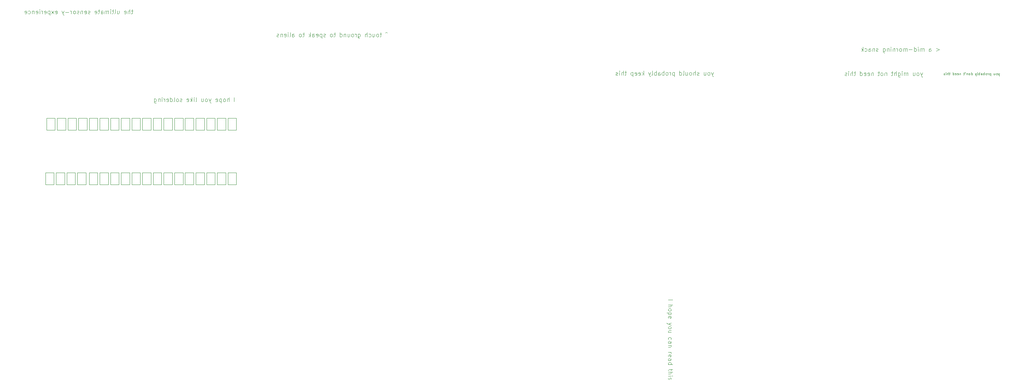
<source format=gbr>
%TF.GenerationSoftware,KiCad,Pcbnew,8.0.3-1.fc40*%
%TF.CreationDate,2024-06-20T14:07:14-04:00*%
%TF.ProjectId,sensor_bar_unified_muxing_1,73656e73-6f72-45f6-9261-725f756e6966,rev?*%
%TF.SameCoordinates,Original*%
%TF.FileFunction,Legend,Bot*%
%TF.FilePolarity,Positive*%
%FSLAX46Y46*%
G04 Gerber Fmt 4.6, Leading zero omitted, Abs format (unit mm)*
G04 Created by KiCad (PCBNEW 8.0.3-1.fc40) date 2024-06-20 14:07:14*
%MOMM*%
%LPD*%
G01*
G04 APERTURE LIST*
%ADD10C,0.100000*%
%ADD11C,0.120000*%
G04 APERTURE END LIST*
D10*
X177927580Y-82603884D02*
X178927580Y-82603884D01*
X177927580Y-83841979D02*
X178927580Y-83841979D01*
X177927580Y-84270550D02*
X178451390Y-84270550D01*
X178451390Y-84270550D02*
X178546628Y-84222931D01*
X178546628Y-84222931D02*
X178594247Y-84127693D01*
X178594247Y-84127693D02*
X178594247Y-83984836D01*
X178594247Y-83984836D02*
X178546628Y-83889598D01*
X178546628Y-83889598D02*
X178499009Y-83841979D01*
X177927580Y-84889598D02*
X177975200Y-84794360D01*
X177975200Y-84794360D02*
X178022819Y-84746741D01*
X178022819Y-84746741D02*
X178118057Y-84699122D01*
X178118057Y-84699122D02*
X178403771Y-84699122D01*
X178403771Y-84699122D02*
X178499009Y-84746741D01*
X178499009Y-84746741D02*
X178546628Y-84794360D01*
X178546628Y-84794360D02*
X178594247Y-84889598D01*
X178594247Y-84889598D02*
X178594247Y-85032455D01*
X178594247Y-85032455D02*
X178546628Y-85127693D01*
X178546628Y-85127693D02*
X178499009Y-85175312D01*
X178499009Y-85175312D02*
X178403771Y-85222931D01*
X178403771Y-85222931D02*
X178118057Y-85222931D01*
X178118057Y-85222931D02*
X178022819Y-85175312D01*
X178022819Y-85175312D02*
X177975200Y-85127693D01*
X177975200Y-85127693D02*
X177927580Y-85032455D01*
X177927580Y-85032455D02*
X177927580Y-84889598D01*
X178594247Y-85651503D02*
X177594247Y-85651503D01*
X178546628Y-85651503D02*
X178594247Y-85746741D01*
X178594247Y-85746741D02*
X178594247Y-85937217D01*
X178594247Y-85937217D02*
X178546628Y-86032455D01*
X178546628Y-86032455D02*
X178499009Y-86080074D01*
X178499009Y-86080074D02*
X178403771Y-86127693D01*
X178403771Y-86127693D02*
X178118057Y-86127693D01*
X178118057Y-86127693D02*
X178022819Y-86080074D01*
X178022819Y-86080074D02*
X177975200Y-86032455D01*
X177975200Y-86032455D02*
X177927580Y-85937217D01*
X177927580Y-85937217D02*
X177927580Y-85746741D01*
X177927580Y-85746741D02*
X177975200Y-85651503D01*
X177975200Y-86937217D02*
X177927580Y-86841979D01*
X177927580Y-86841979D02*
X177927580Y-86651503D01*
X177927580Y-86651503D02*
X177975200Y-86556265D01*
X177975200Y-86556265D02*
X178070438Y-86508646D01*
X178070438Y-86508646D02*
X178451390Y-86508646D01*
X178451390Y-86508646D02*
X178546628Y-86556265D01*
X178546628Y-86556265D02*
X178594247Y-86651503D01*
X178594247Y-86651503D02*
X178594247Y-86841979D01*
X178594247Y-86841979D02*
X178546628Y-86937217D01*
X178546628Y-86937217D02*
X178451390Y-86984836D01*
X178451390Y-86984836D02*
X178356152Y-86984836D01*
X178356152Y-86984836D02*
X178260914Y-86508646D01*
X178594247Y-88080075D02*
X177927580Y-88318170D01*
X178594247Y-88556265D02*
X177927580Y-88318170D01*
X177927580Y-88318170D02*
X177689485Y-88222932D01*
X177689485Y-88222932D02*
X177641866Y-88175313D01*
X177641866Y-88175313D02*
X177594247Y-88080075D01*
X177927580Y-89080075D02*
X177975200Y-88984837D01*
X177975200Y-88984837D02*
X178022819Y-88937218D01*
X178022819Y-88937218D02*
X178118057Y-88889599D01*
X178118057Y-88889599D02*
X178403771Y-88889599D01*
X178403771Y-88889599D02*
X178499009Y-88937218D01*
X178499009Y-88937218D02*
X178546628Y-88984837D01*
X178546628Y-88984837D02*
X178594247Y-89080075D01*
X178594247Y-89080075D02*
X178594247Y-89222932D01*
X178594247Y-89222932D02*
X178546628Y-89318170D01*
X178546628Y-89318170D02*
X178499009Y-89365789D01*
X178499009Y-89365789D02*
X178403771Y-89413408D01*
X178403771Y-89413408D02*
X178118057Y-89413408D01*
X178118057Y-89413408D02*
X178022819Y-89365789D01*
X178022819Y-89365789D02*
X177975200Y-89318170D01*
X177975200Y-89318170D02*
X177927580Y-89222932D01*
X177927580Y-89222932D02*
X177927580Y-89080075D01*
X178594247Y-90270551D02*
X177927580Y-90270551D01*
X178594247Y-89841980D02*
X178070438Y-89841980D01*
X178070438Y-89841980D02*
X177975200Y-89889599D01*
X177975200Y-89889599D02*
X177927580Y-89984837D01*
X177927580Y-89984837D02*
X177927580Y-90127694D01*
X177927580Y-90127694D02*
X177975200Y-90222932D01*
X177975200Y-90222932D02*
X178022819Y-90270551D01*
X177975200Y-91937218D02*
X177927580Y-91841980D01*
X177927580Y-91841980D02*
X177927580Y-91651504D01*
X177927580Y-91651504D02*
X177975200Y-91556266D01*
X177975200Y-91556266D02*
X178022819Y-91508647D01*
X178022819Y-91508647D02*
X178118057Y-91461028D01*
X178118057Y-91461028D02*
X178403771Y-91461028D01*
X178403771Y-91461028D02*
X178499009Y-91508647D01*
X178499009Y-91508647D02*
X178546628Y-91556266D01*
X178546628Y-91556266D02*
X178594247Y-91651504D01*
X178594247Y-91651504D02*
X178594247Y-91841980D01*
X178594247Y-91841980D02*
X178546628Y-91937218D01*
X177927580Y-92794361D02*
X178451390Y-92794361D01*
X178451390Y-92794361D02*
X178546628Y-92746742D01*
X178546628Y-92746742D02*
X178594247Y-92651504D01*
X178594247Y-92651504D02*
X178594247Y-92461028D01*
X178594247Y-92461028D02*
X178546628Y-92365790D01*
X177975200Y-92794361D02*
X177927580Y-92699123D01*
X177927580Y-92699123D02*
X177927580Y-92461028D01*
X177927580Y-92461028D02*
X177975200Y-92365790D01*
X177975200Y-92365790D02*
X178070438Y-92318171D01*
X178070438Y-92318171D02*
X178165676Y-92318171D01*
X178165676Y-92318171D02*
X178260914Y-92365790D01*
X178260914Y-92365790D02*
X178308533Y-92461028D01*
X178308533Y-92461028D02*
X178308533Y-92699123D01*
X178308533Y-92699123D02*
X178356152Y-92794361D01*
X178594247Y-93270552D02*
X177927580Y-93270552D01*
X178499009Y-93270552D02*
X178546628Y-93318171D01*
X178546628Y-93318171D02*
X178594247Y-93413409D01*
X178594247Y-93413409D02*
X178594247Y-93556266D01*
X178594247Y-93556266D02*
X178546628Y-93651504D01*
X178546628Y-93651504D02*
X178451390Y-93699123D01*
X178451390Y-93699123D02*
X177927580Y-93699123D01*
X177927580Y-94937219D02*
X178594247Y-94937219D01*
X178403771Y-94937219D02*
X178499009Y-94984838D01*
X178499009Y-94984838D02*
X178546628Y-95032457D01*
X178546628Y-95032457D02*
X178594247Y-95127695D01*
X178594247Y-95127695D02*
X178594247Y-95222933D01*
X177975200Y-95937219D02*
X177927580Y-95841981D01*
X177927580Y-95841981D02*
X177927580Y-95651505D01*
X177927580Y-95651505D02*
X177975200Y-95556267D01*
X177975200Y-95556267D02*
X178070438Y-95508648D01*
X178070438Y-95508648D02*
X178451390Y-95508648D01*
X178451390Y-95508648D02*
X178546628Y-95556267D01*
X178546628Y-95556267D02*
X178594247Y-95651505D01*
X178594247Y-95651505D02*
X178594247Y-95841981D01*
X178594247Y-95841981D02*
X178546628Y-95937219D01*
X178546628Y-95937219D02*
X178451390Y-95984838D01*
X178451390Y-95984838D02*
X178356152Y-95984838D01*
X178356152Y-95984838D02*
X178260914Y-95508648D01*
X177927580Y-96841981D02*
X178451390Y-96841981D01*
X178451390Y-96841981D02*
X178546628Y-96794362D01*
X178546628Y-96794362D02*
X178594247Y-96699124D01*
X178594247Y-96699124D02*
X178594247Y-96508648D01*
X178594247Y-96508648D02*
X178546628Y-96413410D01*
X177975200Y-96841981D02*
X177927580Y-96746743D01*
X177927580Y-96746743D02*
X177927580Y-96508648D01*
X177927580Y-96508648D02*
X177975200Y-96413410D01*
X177975200Y-96413410D02*
X178070438Y-96365791D01*
X178070438Y-96365791D02*
X178165676Y-96365791D01*
X178165676Y-96365791D02*
X178260914Y-96413410D01*
X178260914Y-96413410D02*
X178308533Y-96508648D01*
X178308533Y-96508648D02*
X178308533Y-96746743D01*
X178308533Y-96746743D02*
X178356152Y-96841981D01*
X177927580Y-97746743D02*
X178927580Y-97746743D01*
X177975200Y-97746743D02*
X177927580Y-97651505D01*
X177927580Y-97651505D02*
X177927580Y-97461029D01*
X177927580Y-97461029D02*
X177975200Y-97365791D01*
X177975200Y-97365791D02*
X178022819Y-97318172D01*
X178022819Y-97318172D02*
X178118057Y-97270553D01*
X178118057Y-97270553D02*
X178403771Y-97270553D01*
X178403771Y-97270553D02*
X178499009Y-97318172D01*
X178499009Y-97318172D02*
X178546628Y-97365791D01*
X178546628Y-97365791D02*
X178594247Y-97461029D01*
X178594247Y-97461029D02*
X178594247Y-97651505D01*
X178594247Y-97651505D02*
X178546628Y-97746743D01*
X178594247Y-98841982D02*
X178594247Y-99222934D01*
X178927580Y-98984839D02*
X178070438Y-98984839D01*
X178070438Y-98984839D02*
X177975200Y-99032458D01*
X177975200Y-99032458D02*
X177927580Y-99127696D01*
X177927580Y-99127696D02*
X177927580Y-99222934D01*
X177927580Y-99556268D02*
X178927580Y-99556268D01*
X177927580Y-99984839D02*
X178451390Y-99984839D01*
X178451390Y-99984839D02*
X178546628Y-99937220D01*
X178546628Y-99937220D02*
X178594247Y-99841982D01*
X178594247Y-99841982D02*
X178594247Y-99699125D01*
X178594247Y-99699125D02*
X178546628Y-99603887D01*
X178546628Y-99603887D02*
X178499009Y-99556268D01*
X177927580Y-100461030D02*
X178594247Y-100461030D01*
X178927580Y-100461030D02*
X178879961Y-100413411D01*
X178879961Y-100413411D02*
X178832342Y-100461030D01*
X178832342Y-100461030D02*
X178879961Y-100508649D01*
X178879961Y-100508649D02*
X178927580Y-100461030D01*
X178927580Y-100461030D02*
X178832342Y-100461030D01*
X177975200Y-100889601D02*
X177927580Y-100984839D01*
X177927580Y-100984839D02*
X177927580Y-101175315D01*
X177927580Y-101175315D02*
X177975200Y-101270553D01*
X177975200Y-101270553D02*
X178070438Y-101318172D01*
X178070438Y-101318172D02*
X178118057Y-101318172D01*
X178118057Y-101318172D02*
X178213295Y-101270553D01*
X178213295Y-101270553D02*
X178260914Y-101175315D01*
X178260914Y-101175315D02*
X178260914Y-101032458D01*
X178260914Y-101032458D02*
X178308533Y-100937220D01*
X178308533Y-100937220D02*
X178403771Y-100889601D01*
X178403771Y-100889601D02*
X178451390Y-100889601D01*
X178451390Y-100889601D02*
X178546628Y-100937220D01*
X178546628Y-100937220D02*
X178594247Y-101032458D01*
X178594247Y-101032458D02*
X178594247Y-101175315D01*
X178594247Y-101175315D02*
X178546628Y-101270553D01*
X240734211Y-23705752D02*
X241496115Y-23991466D01*
X241496115Y-23991466D02*
X240734211Y-24277180D01*
X239067544Y-24372419D02*
X239067544Y-23848609D01*
X239067544Y-23848609D02*
X239115163Y-23753371D01*
X239115163Y-23753371D02*
X239210401Y-23705752D01*
X239210401Y-23705752D02*
X239400877Y-23705752D01*
X239400877Y-23705752D02*
X239496115Y-23753371D01*
X239067544Y-24324800D02*
X239162782Y-24372419D01*
X239162782Y-24372419D02*
X239400877Y-24372419D01*
X239400877Y-24372419D02*
X239496115Y-24324800D01*
X239496115Y-24324800D02*
X239543734Y-24229561D01*
X239543734Y-24229561D02*
X239543734Y-24134323D01*
X239543734Y-24134323D02*
X239496115Y-24039085D01*
X239496115Y-24039085D02*
X239400877Y-23991466D01*
X239400877Y-23991466D02*
X239162782Y-23991466D01*
X239162782Y-23991466D02*
X239067544Y-23943847D01*
X237829448Y-24372419D02*
X237829448Y-23705752D01*
X237829448Y-23800990D02*
X237781829Y-23753371D01*
X237781829Y-23753371D02*
X237686591Y-23705752D01*
X237686591Y-23705752D02*
X237543734Y-23705752D01*
X237543734Y-23705752D02*
X237448496Y-23753371D01*
X237448496Y-23753371D02*
X237400877Y-23848609D01*
X237400877Y-23848609D02*
X237400877Y-24372419D01*
X237400877Y-23848609D02*
X237353258Y-23753371D01*
X237353258Y-23753371D02*
X237258020Y-23705752D01*
X237258020Y-23705752D02*
X237115163Y-23705752D01*
X237115163Y-23705752D02*
X237019924Y-23753371D01*
X237019924Y-23753371D02*
X236972305Y-23848609D01*
X236972305Y-23848609D02*
X236972305Y-24372419D01*
X236496115Y-24372419D02*
X236496115Y-23705752D01*
X236496115Y-23372419D02*
X236543734Y-23420038D01*
X236543734Y-23420038D02*
X236496115Y-23467657D01*
X236496115Y-23467657D02*
X236448496Y-23420038D01*
X236448496Y-23420038D02*
X236496115Y-23372419D01*
X236496115Y-23372419D02*
X236496115Y-23467657D01*
X235591354Y-24372419D02*
X235591354Y-23372419D01*
X235591354Y-24324800D02*
X235686592Y-24372419D01*
X235686592Y-24372419D02*
X235877068Y-24372419D01*
X235877068Y-24372419D02*
X235972306Y-24324800D01*
X235972306Y-24324800D02*
X236019925Y-24277180D01*
X236019925Y-24277180D02*
X236067544Y-24181942D01*
X236067544Y-24181942D02*
X236067544Y-23896228D01*
X236067544Y-23896228D02*
X236019925Y-23800990D01*
X236019925Y-23800990D02*
X235972306Y-23753371D01*
X235972306Y-23753371D02*
X235877068Y-23705752D01*
X235877068Y-23705752D02*
X235686592Y-23705752D01*
X235686592Y-23705752D02*
X235591354Y-23753371D01*
X235115163Y-23991466D02*
X234353259Y-23991466D01*
X233877068Y-24372419D02*
X233877068Y-23705752D01*
X233877068Y-23800990D02*
X233829449Y-23753371D01*
X233829449Y-23753371D02*
X233734211Y-23705752D01*
X233734211Y-23705752D02*
X233591354Y-23705752D01*
X233591354Y-23705752D02*
X233496116Y-23753371D01*
X233496116Y-23753371D02*
X233448497Y-23848609D01*
X233448497Y-23848609D02*
X233448497Y-24372419D01*
X233448497Y-23848609D02*
X233400878Y-23753371D01*
X233400878Y-23753371D02*
X233305640Y-23705752D01*
X233305640Y-23705752D02*
X233162783Y-23705752D01*
X233162783Y-23705752D02*
X233067544Y-23753371D01*
X233067544Y-23753371D02*
X233019925Y-23848609D01*
X233019925Y-23848609D02*
X233019925Y-24372419D01*
X232400878Y-24372419D02*
X232496116Y-24324800D01*
X232496116Y-24324800D02*
X232543735Y-24277180D01*
X232543735Y-24277180D02*
X232591354Y-24181942D01*
X232591354Y-24181942D02*
X232591354Y-23896228D01*
X232591354Y-23896228D02*
X232543735Y-23800990D01*
X232543735Y-23800990D02*
X232496116Y-23753371D01*
X232496116Y-23753371D02*
X232400878Y-23705752D01*
X232400878Y-23705752D02*
X232258021Y-23705752D01*
X232258021Y-23705752D02*
X232162783Y-23753371D01*
X232162783Y-23753371D02*
X232115164Y-23800990D01*
X232115164Y-23800990D02*
X232067545Y-23896228D01*
X232067545Y-23896228D02*
X232067545Y-24181942D01*
X232067545Y-24181942D02*
X232115164Y-24277180D01*
X232115164Y-24277180D02*
X232162783Y-24324800D01*
X232162783Y-24324800D02*
X232258021Y-24372419D01*
X232258021Y-24372419D02*
X232400878Y-24372419D01*
X231638973Y-24372419D02*
X231638973Y-23705752D01*
X231638973Y-23896228D02*
X231591354Y-23800990D01*
X231591354Y-23800990D02*
X231543735Y-23753371D01*
X231543735Y-23753371D02*
X231448497Y-23705752D01*
X231448497Y-23705752D02*
X231353259Y-23705752D01*
X231019925Y-23705752D02*
X231019925Y-24372419D01*
X231019925Y-23800990D02*
X230972306Y-23753371D01*
X230972306Y-23753371D02*
X230877068Y-23705752D01*
X230877068Y-23705752D02*
X230734211Y-23705752D01*
X230734211Y-23705752D02*
X230638973Y-23753371D01*
X230638973Y-23753371D02*
X230591354Y-23848609D01*
X230591354Y-23848609D02*
X230591354Y-24372419D01*
X230115163Y-24372419D02*
X230115163Y-23705752D01*
X230115163Y-23372419D02*
X230162782Y-23420038D01*
X230162782Y-23420038D02*
X230115163Y-23467657D01*
X230115163Y-23467657D02*
X230067544Y-23420038D01*
X230067544Y-23420038D02*
X230115163Y-23372419D01*
X230115163Y-23372419D02*
X230115163Y-23467657D01*
X229638973Y-23705752D02*
X229638973Y-24372419D01*
X229638973Y-23800990D02*
X229591354Y-23753371D01*
X229591354Y-23753371D02*
X229496116Y-23705752D01*
X229496116Y-23705752D02*
X229353259Y-23705752D01*
X229353259Y-23705752D02*
X229258021Y-23753371D01*
X229258021Y-23753371D02*
X229210402Y-23848609D01*
X229210402Y-23848609D02*
X229210402Y-24372419D01*
X228305640Y-23705752D02*
X228305640Y-24515276D01*
X228305640Y-24515276D02*
X228353259Y-24610514D01*
X228353259Y-24610514D02*
X228400878Y-24658133D01*
X228400878Y-24658133D02*
X228496116Y-24705752D01*
X228496116Y-24705752D02*
X228638973Y-24705752D01*
X228638973Y-24705752D02*
X228734211Y-24658133D01*
X228305640Y-24324800D02*
X228400878Y-24372419D01*
X228400878Y-24372419D02*
X228591354Y-24372419D01*
X228591354Y-24372419D02*
X228686592Y-24324800D01*
X228686592Y-24324800D02*
X228734211Y-24277180D01*
X228734211Y-24277180D02*
X228781830Y-24181942D01*
X228781830Y-24181942D02*
X228781830Y-23896228D01*
X228781830Y-23896228D02*
X228734211Y-23800990D01*
X228734211Y-23800990D02*
X228686592Y-23753371D01*
X228686592Y-23753371D02*
X228591354Y-23705752D01*
X228591354Y-23705752D02*
X228400878Y-23705752D01*
X228400878Y-23705752D02*
X228305640Y-23753371D01*
X227115163Y-24324800D02*
X227019925Y-24372419D01*
X227019925Y-24372419D02*
X226829449Y-24372419D01*
X226829449Y-24372419D02*
X226734211Y-24324800D01*
X226734211Y-24324800D02*
X226686592Y-24229561D01*
X226686592Y-24229561D02*
X226686592Y-24181942D01*
X226686592Y-24181942D02*
X226734211Y-24086704D01*
X226734211Y-24086704D02*
X226829449Y-24039085D01*
X226829449Y-24039085D02*
X226972306Y-24039085D01*
X226972306Y-24039085D02*
X227067544Y-23991466D01*
X227067544Y-23991466D02*
X227115163Y-23896228D01*
X227115163Y-23896228D02*
X227115163Y-23848609D01*
X227115163Y-23848609D02*
X227067544Y-23753371D01*
X227067544Y-23753371D02*
X226972306Y-23705752D01*
X226972306Y-23705752D02*
X226829449Y-23705752D01*
X226829449Y-23705752D02*
X226734211Y-23753371D01*
X226258020Y-23705752D02*
X226258020Y-24372419D01*
X226258020Y-23800990D02*
X226210401Y-23753371D01*
X226210401Y-23753371D02*
X226115163Y-23705752D01*
X226115163Y-23705752D02*
X225972306Y-23705752D01*
X225972306Y-23705752D02*
X225877068Y-23753371D01*
X225877068Y-23753371D02*
X225829449Y-23848609D01*
X225829449Y-23848609D02*
X225829449Y-24372419D01*
X224924687Y-24372419D02*
X224924687Y-23848609D01*
X224924687Y-23848609D02*
X224972306Y-23753371D01*
X224972306Y-23753371D02*
X225067544Y-23705752D01*
X225067544Y-23705752D02*
X225258020Y-23705752D01*
X225258020Y-23705752D02*
X225353258Y-23753371D01*
X224924687Y-24324800D02*
X225019925Y-24372419D01*
X225019925Y-24372419D02*
X225258020Y-24372419D01*
X225258020Y-24372419D02*
X225353258Y-24324800D01*
X225353258Y-24324800D02*
X225400877Y-24229561D01*
X225400877Y-24229561D02*
X225400877Y-24134323D01*
X225400877Y-24134323D02*
X225353258Y-24039085D01*
X225353258Y-24039085D02*
X225258020Y-23991466D01*
X225258020Y-23991466D02*
X225019925Y-23991466D01*
X225019925Y-23991466D02*
X224924687Y-23943847D01*
X224019925Y-24324800D02*
X224115163Y-24372419D01*
X224115163Y-24372419D02*
X224305639Y-24372419D01*
X224305639Y-24372419D02*
X224400877Y-24324800D01*
X224400877Y-24324800D02*
X224448496Y-24277180D01*
X224448496Y-24277180D02*
X224496115Y-24181942D01*
X224496115Y-24181942D02*
X224496115Y-23896228D01*
X224496115Y-23896228D02*
X224448496Y-23800990D01*
X224448496Y-23800990D02*
X224400877Y-23753371D01*
X224400877Y-23753371D02*
X224305639Y-23705752D01*
X224305639Y-23705752D02*
X224115163Y-23705752D01*
X224115163Y-23705752D02*
X224019925Y-23753371D01*
X223591353Y-24372419D02*
X223591353Y-23372419D01*
X223496115Y-23991466D02*
X223210401Y-24372419D01*
X223210401Y-23705752D02*
X223591353Y-24086704D01*
X112038972Y-20067657D02*
X111848496Y-19924800D01*
X111848496Y-19924800D02*
X111658020Y-20067657D01*
X110705638Y-20305752D02*
X110324686Y-20305752D01*
X110562781Y-19972419D02*
X110562781Y-20829561D01*
X110562781Y-20829561D02*
X110515162Y-20924800D01*
X110515162Y-20924800D02*
X110419924Y-20972419D01*
X110419924Y-20972419D02*
X110324686Y-20972419D01*
X109848495Y-20972419D02*
X109943733Y-20924800D01*
X109943733Y-20924800D02*
X109991352Y-20877180D01*
X109991352Y-20877180D02*
X110038971Y-20781942D01*
X110038971Y-20781942D02*
X110038971Y-20496228D01*
X110038971Y-20496228D02*
X109991352Y-20400990D01*
X109991352Y-20400990D02*
X109943733Y-20353371D01*
X109943733Y-20353371D02*
X109848495Y-20305752D01*
X109848495Y-20305752D02*
X109705638Y-20305752D01*
X109705638Y-20305752D02*
X109610400Y-20353371D01*
X109610400Y-20353371D02*
X109562781Y-20400990D01*
X109562781Y-20400990D02*
X109515162Y-20496228D01*
X109515162Y-20496228D02*
X109515162Y-20781942D01*
X109515162Y-20781942D02*
X109562781Y-20877180D01*
X109562781Y-20877180D02*
X109610400Y-20924800D01*
X109610400Y-20924800D02*
X109705638Y-20972419D01*
X109705638Y-20972419D02*
X109848495Y-20972419D01*
X108658019Y-20305752D02*
X108658019Y-20972419D01*
X109086590Y-20305752D02*
X109086590Y-20829561D01*
X109086590Y-20829561D02*
X109038971Y-20924800D01*
X109038971Y-20924800D02*
X108943733Y-20972419D01*
X108943733Y-20972419D02*
X108800876Y-20972419D01*
X108800876Y-20972419D02*
X108705638Y-20924800D01*
X108705638Y-20924800D02*
X108658019Y-20877180D01*
X107753257Y-20924800D02*
X107848495Y-20972419D01*
X107848495Y-20972419D02*
X108038971Y-20972419D01*
X108038971Y-20972419D02*
X108134209Y-20924800D01*
X108134209Y-20924800D02*
X108181828Y-20877180D01*
X108181828Y-20877180D02*
X108229447Y-20781942D01*
X108229447Y-20781942D02*
X108229447Y-20496228D01*
X108229447Y-20496228D02*
X108181828Y-20400990D01*
X108181828Y-20400990D02*
X108134209Y-20353371D01*
X108134209Y-20353371D02*
X108038971Y-20305752D01*
X108038971Y-20305752D02*
X107848495Y-20305752D01*
X107848495Y-20305752D02*
X107753257Y-20353371D01*
X107324685Y-20972419D02*
X107324685Y-19972419D01*
X106896114Y-20972419D02*
X106896114Y-20448609D01*
X106896114Y-20448609D02*
X106943733Y-20353371D01*
X106943733Y-20353371D02*
X107038971Y-20305752D01*
X107038971Y-20305752D02*
X107181828Y-20305752D01*
X107181828Y-20305752D02*
X107277066Y-20353371D01*
X107277066Y-20353371D02*
X107324685Y-20400990D01*
X105229447Y-20305752D02*
X105229447Y-21115276D01*
X105229447Y-21115276D02*
X105277066Y-21210514D01*
X105277066Y-21210514D02*
X105324685Y-21258133D01*
X105324685Y-21258133D02*
X105419923Y-21305752D01*
X105419923Y-21305752D02*
X105562780Y-21305752D01*
X105562780Y-21305752D02*
X105658018Y-21258133D01*
X105229447Y-20924800D02*
X105324685Y-20972419D01*
X105324685Y-20972419D02*
X105515161Y-20972419D01*
X105515161Y-20972419D02*
X105610399Y-20924800D01*
X105610399Y-20924800D02*
X105658018Y-20877180D01*
X105658018Y-20877180D02*
X105705637Y-20781942D01*
X105705637Y-20781942D02*
X105705637Y-20496228D01*
X105705637Y-20496228D02*
X105658018Y-20400990D01*
X105658018Y-20400990D02*
X105610399Y-20353371D01*
X105610399Y-20353371D02*
X105515161Y-20305752D01*
X105515161Y-20305752D02*
X105324685Y-20305752D01*
X105324685Y-20305752D02*
X105229447Y-20353371D01*
X104753256Y-20972419D02*
X104753256Y-20305752D01*
X104753256Y-20496228D02*
X104705637Y-20400990D01*
X104705637Y-20400990D02*
X104658018Y-20353371D01*
X104658018Y-20353371D02*
X104562780Y-20305752D01*
X104562780Y-20305752D02*
X104467542Y-20305752D01*
X103991351Y-20972419D02*
X104086589Y-20924800D01*
X104086589Y-20924800D02*
X104134208Y-20877180D01*
X104134208Y-20877180D02*
X104181827Y-20781942D01*
X104181827Y-20781942D02*
X104181827Y-20496228D01*
X104181827Y-20496228D02*
X104134208Y-20400990D01*
X104134208Y-20400990D02*
X104086589Y-20353371D01*
X104086589Y-20353371D02*
X103991351Y-20305752D01*
X103991351Y-20305752D02*
X103848494Y-20305752D01*
X103848494Y-20305752D02*
X103753256Y-20353371D01*
X103753256Y-20353371D02*
X103705637Y-20400990D01*
X103705637Y-20400990D02*
X103658018Y-20496228D01*
X103658018Y-20496228D02*
X103658018Y-20781942D01*
X103658018Y-20781942D02*
X103705637Y-20877180D01*
X103705637Y-20877180D02*
X103753256Y-20924800D01*
X103753256Y-20924800D02*
X103848494Y-20972419D01*
X103848494Y-20972419D02*
X103991351Y-20972419D01*
X102800875Y-20305752D02*
X102800875Y-20972419D01*
X103229446Y-20305752D02*
X103229446Y-20829561D01*
X103229446Y-20829561D02*
X103181827Y-20924800D01*
X103181827Y-20924800D02*
X103086589Y-20972419D01*
X103086589Y-20972419D02*
X102943732Y-20972419D01*
X102943732Y-20972419D02*
X102848494Y-20924800D01*
X102848494Y-20924800D02*
X102800875Y-20877180D01*
X102324684Y-20305752D02*
X102324684Y-20972419D01*
X102324684Y-20400990D02*
X102277065Y-20353371D01*
X102277065Y-20353371D02*
X102181827Y-20305752D01*
X102181827Y-20305752D02*
X102038970Y-20305752D01*
X102038970Y-20305752D02*
X101943732Y-20353371D01*
X101943732Y-20353371D02*
X101896113Y-20448609D01*
X101896113Y-20448609D02*
X101896113Y-20972419D01*
X100991351Y-20972419D02*
X100991351Y-19972419D01*
X100991351Y-20924800D02*
X101086589Y-20972419D01*
X101086589Y-20972419D02*
X101277065Y-20972419D01*
X101277065Y-20972419D02*
X101372303Y-20924800D01*
X101372303Y-20924800D02*
X101419922Y-20877180D01*
X101419922Y-20877180D02*
X101467541Y-20781942D01*
X101467541Y-20781942D02*
X101467541Y-20496228D01*
X101467541Y-20496228D02*
X101419922Y-20400990D01*
X101419922Y-20400990D02*
X101372303Y-20353371D01*
X101372303Y-20353371D02*
X101277065Y-20305752D01*
X101277065Y-20305752D02*
X101086589Y-20305752D01*
X101086589Y-20305752D02*
X100991351Y-20353371D01*
X99896112Y-20305752D02*
X99515160Y-20305752D01*
X99753255Y-19972419D02*
X99753255Y-20829561D01*
X99753255Y-20829561D02*
X99705636Y-20924800D01*
X99705636Y-20924800D02*
X99610398Y-20972419D01*
X99610398Y-20972419D02*
X99515160Y-20972419D01*
X99038969Y-20972419D02*
X99134207Y-20924800D01*
X99134207Y-20924800D02*
X99181826Y-20877180D01*
X99181826Y-20877180D02*
X99229445Y-20781942D01*
X99229445Y-20781942D02*
X99229445Y-20496228D01*
X99229445Y-20496228D02*
X99181826Y-20400990D01*
X99181826Y-20400990D02*
X99134207Y-20353371D01*
X99134207Y-20353371D02*
X99038969Y-20305752D01*
X99038969Y-20305752D02*
X98896112Y-20305752D01*
X98896112Y-20305752D02*
X98800874Y-20353371D01*
X98800874Y-20353371D02*
X98753255Y-20400990D01*
X98753255Y-20400990D02*
X98705636Y-20496228D01*
X98705636Y-20496228D02*
X98705636Y-20781942D01*
X98705636Y-20781942D02*
X98753255Y-20877180D01*
X98753255Y-20877180D02*
X98800874Y-20924800D01*
X98800874Y-20924800D02*
X98896112Y-20972419D01*
X98896112Y-20972419D02*
X99038969Y-20972419D01*
X97562778Y-20924800D02*
X97467540Y-20972419D01*
X97467540Y-20972419D02*
X97277064Y-20972419D01*
X97277064Y-20972419D02*
X97181826Y-20924800D01*
X97181826Y-20924800D02*
X97134207Y-20829561D01*
X97134207Y-20829561D02*
X97134207Y-20781942D01*
X97134207Y-20781942D02*
X97181826Y-20686704D01*
X97181826Y-20686704D02*
X97277064Y-20639085D01*
X97277064Y-20639085D02*
X97419921Y-20639085D01*
X97419921Y-20639085D02*
X97515159Y-20591466D01*
X97515159Y-20591466D02*
X97562778Y-20496228D01*
X97562778Y-20496228D02*
X97562778Y-20448609D01*
X97562778Y-20448609D02*
X97515159Y-20353371D01*
X97515159Y-20353371D02*
X97419921Y-20305752D01*
X97419921Y-20305752D02*
X97277064Y-20305752D01*
X97277064Y-20305752D02*
X97181826Y-20353371D01*
X96705635Y-20305752D02*
X96705635Y-21305752D01*
X96705635Y-20353371D02*
X96610397Y-20305752D01*
X96610397Y-20305752D02*
X96419921Y-20305752D01*
X96419921Y-20305752D02*
X96324683Y-20353371D01*
X96324683Y-20353371D02*
X96277064Y-20400990D01*
X96277064Y-20400990D02*
X96229445Y-20496228D01*
X96229445Y-20496228D02*
X96229445Y-20781942D01*
X96229445Y-20781942D02*
X96277064Y-20877180D01*
X96277064Y-20877180D02*
X96324683Y-20924800D01*
X96324683Y-20924800D02*
X96419921Y-20972419D01*
X96419921Y-20972419D02*
X96610397Y-20972419D01*
X96610397Y-20972419D02*
X96705635Y-20924800D01*
X95419921Y-20924800D02*
X95515159Y-20972419D01*
X95515159Y-20972419D02*
X95705635Y-20972419D01*
X95705635Y-20972419D02*
X95800873Y-20924800D01*
X95800873Y-20924800D02*
X95848492Y-20829561D01*
X95848492Y-20829561D02*
X95848492Y-20448609D01*
X95848492Y-20448609D02*
X95800873Y-20353371D01*
X95800873Y-20353371D02*
X95705635Y-20305752D01*
X95705635Y-20305752D02*
X95515159Y-20305752D01*
X95515159Y-20305752D02*
X95419921Y-20353371D01*
X95419921Y-20353371D02*
X95372302Y-20448609D01*
X95372302Y-20448609D02*
X95372302Y-20543847D01*
X95372302Y-20543847D02*
X95848492Y-20639085D01*
X94515159Y-20972419D02*
X94515159Y-20448609D01*
X94515159Y-20448609D02*
X94562778Y-20353371D01*
X94562778Y-20353371D02*
X94658016Y-20305752D01*
X94658016Y-20305752D02*
X94848492Y-20305752D01*
X94848492Y-20305752D02*
X94943730Y-20353371D01*
X94515159Y-20924800D02*
X94610397Y-20972419D01*
X94610397Y-20972419D02*
X94848492Y-20972419D01*
X94848492Y-20972419D02*
X94943730Y-20924800D01*
X94943730Y-20924800D02*
X94991349Y-20829561D01*
X94991349Y-20829561D02*
X94991349Y-20734323D01*
X94991349Y-20734323D02*
X94943730Y-20639085D01*
X94943730Y-20639085D02*
X94848492Y-20591466D01*
X94848492Y-20591466D02*
X94610397Y-20591466D01*
X94610397Y-20591466D02*
X94515159Y-20543847D01*
X94038968Y-20972419D02*
X94038968Y-19972419D01*
X93943730Y-20591466D02*
X93658016Y-20972419D01*
X93658016Y-20305752D02*
X94038968Y-20686704D01*
X92610396Y-20305752D02*
X92229444Y-20305752D01*
X92467539Y-19972419D02*
X92467539Y-20829561D01*
X92467539Y-20829561D02*
X92419920Y-20924800D01*
X92419920Y-20924800D02*
X92324682Y-20972419D01*
X92324682Y-20972419D02*
X92229444Y-20972419D01*
X91753253Y-20972419D02*
X91848491Y-20924800D01*
X91848491Y-20924800D02*
X91896110Y-20877180D01*
X91896110Y-20877180D02*
X91943729Y-20781942D01*
X91943729Y-20781942D02*
X91943729Y-20496228D01*
X91943729Y-20496228D02*
X91896110Y-20400990D01*
X91896110Y-20400990D02*
X91848491Y-20353371D01*
X91848491Y-20353371D02*
X91753253Y-20305752D01*
X91753253Y-20305752D02*
X91610396Y-20305752D01*
X91610396Y-20305752D02*
X91515158Y-20353371D01*
X91515158Y-20353371D02*
X91467539Y-20400990D01*
X91467539Y-20400990D02*
X91419920Y-20496228D01*
X91419920Y-20496228D02*
X91419920Y-20781942D01*
X91419920Y-20781942D02*
X91467539Y-20877180D01*
X91467539Y-20877180D02*
X91515158Y-20924800D01*
X91515158Y-20924800D02*
X91610396Y-20972419D01*
X91610396Y-20972419D02*
X91753253Y-20972419D01*
X89800872Y-20972419D02*
X89800872Y-20448609D01*
X89800872Y-20448609D02*
X89848491Y-20353371D01*
X89848491Y-20353371D02*
X89943729Y-20305752D01*
X89943729Y-20305752D02*
X90134205Y-20305752D01*
X90134205Y-20305752D02*
X90229443Y-20353371D01*
X89800872Y-20924800D02*
X89896110Y-20972419D01*
X89896110Y-20972419D02*
X90134205Y-20972419D01*
X90134205Y-20972419D02*
X90229443Y-20924800D01*
X90229443Y-20924800D02*
X90277062Y-20829561D01*
X90277062Y-20829561D02*
X90277062Y-20734323D01*
X90277062Y-20734323D02*
X90229443Y-20639085D01*
X90229443Y-20639085D02*
X90134205Y-20591466D01*
X90134205Y-20591466D02*
X89896110Y-20591466D01*
X89896110Y-20591466D02*
X89800872Y-20543847D01*
X89181824Y-20972419D02*
X89277062Y-20924800D01*
X89277062Y-20924800D02*
X89324681Y-20829561D01*
X89324681Y-20829561D02*
X89324681Y-19972419D01*
X88800871Y-20972419D02*
X88800871Y-20305752D01*
X88800871Y-19972419D02*
X88848490Y-20020038D01*
X88848490Y-20020038D02*
X88800871Y-20067657D01*
X88800871Y-20067657D02*
X88753252Y-20020038D01*
X88753252Y-20020038D02*
X88800871Y-19972419D01*
X88800871Y-19972419D02*
X88800871Y-20067657D01*
X87943729Y-20924800D02*
X88038967Y-20972419D01*
X88038967Y-20972419D02*
X88229443Y-20972419D01*
X88229443Y-20972419D02*
X88324681Y-20924800D01*
X88324681Y-20924800D02*
X88372300Y-20829561D01*
X88372300Y-20829561D02*
X88372300Y-20448609D01*
X88372300Y-20448609D02*
X88324681Y-20353371D01*
X88324681Y-20353371D02*
X88229443Y-20305752D01*
X88229443Y-20305752D02*
X88038967Y-20305752D01*
X88038967Y-20305752D02*
X87943729Y-20353371D01*
X87943729Y-20353371D02*
X87896110Y-20448609D01*
X87896110Y-20448609D02*
X87896110Y-20543847D01*
X87896110Y-20543847D02*
X88372300Y-20639085D01*
X87467538Y-20305752D02*
X87467538Y-20972419D01*
X87467538Y-20400990D02*
X87419919Y-20353371D01*
X87419919Y-20353371D02*
X87324681Y-20305752D01*
X87324681Y-20305752D02*
X87181824Y-20305752D01*
X87181824Y-20305752D02*
X87086586Y-20353371D01*
X87086586Y-20353371D02*
X87038967Y-20448609D01*
X87038967Y-20448609D02*
X87038967Y-20972419D01*
X86610395Y-20924800D02*
X86515157Y-20972419D01*
X86515157Y-20972419D02*
X86324681Y-20972419D01*
X86324681Y-20972419D02*
X86229443Y-20924800D01*
X86229443Y-20924800D02*
X86181824Y-20829561D01*
X86181824Y-20829561D02*
X86181824Y-20781942D01*
X86181824Y-20781942D02*
X86229443Y-20686704D01*
X86229443Y-20686704D02*
X86324681Y-20639085D01*
X86324681Y-20639085D02*
X86467538Y-20639085D01*
X86467538Y-20639085D02*
X86562776Y-20591466D01*
X86562776Y-20591466D02*
X86610395Y-20496228D01*
X86610395Y-20496228D02*
X86610395Y-20448609D01*
X86610395Y-20448609D02*
X86562776Y-20353371D01*
X86562776Y-20353371D02*
X86467538Y-20305752D01*
X86467538Y-20305752D02*
X86324681Y-20305752D01*
X86324681Y-20305752D02*
X86229443Y-20353371D01*
X188491353Y-29305752D02*
X188253258Y-29972419D01*
X188015163Y-29305752D02*
X188253258Y-29972419D01*
X188253258Y-29972419D02*
X188348496Y-30210514D01*
X188348496Y-30210514D02*
X188396115Y-30258133D01*
X188396115Y-30258133D02*
X188491353Y-30305752D01*
X187491353Y-29972419D02*
X187586591Y-29924800D01*
X187586591Y-29924800D02*
X187634210Y-29877180D01*
X187634210Y-29877180D02*
X187681829Y-29781942D01*
X187681829Y-29781942D02*
X187681829Y-29496228D01*
X187681829Y-29496228D02*
X187634210Y-29400990D01*
X187634210Y-29400990D02*
X187586591Y-29353371D01*
X187586591Y-29353371D02*
X187491353Y-29305752D01*
X187491353Y-29305752D02*
X187348496Y-29305752D01*
X187348496Y-29305752D02*
X187253258Y-29353371D01*
X187253258Y-29353371D02*
X187205639Y-29400990D01*
X187205639Y-29400990D02*
X187158020Y-29496228D01*
X187158020Y-29496228D02*
X187158020Y-29781942D01*
X187158020Y-29781942D02*
X187205639Y-29877180D01*
X187205639Y-29877180D02*
X187253258Y-29924800D01*
X187253258Y-29924800D02*
X187348496Y-29972419D01*
X187348496Y-29972419D02*
X187491353Y-29972419D01*
X186300877Y-29305752D02*
X186300877Y-29972419D01*
X186729448Y-29305752D02*
X186729448Y-29829561D01*
X186729448Y-29829561D02*
X186681829Y-29924800D01*
X186681829Y-29924800D02*
X186586591Y-29972419D01*
X186586591Y-29972419D02*
X186443734Y-29972419D01*
X186443734Y-29972419D02*
X186348496Y-29924800D01*
X186348496Y-29924800D02*
X186300877Y-29877180D01*
X185110400Y-29924800D02*
X185015162Y-29972419D01*
X185015162Y-29972419D02*
X184824686Y-29972419D01*
X184824686Y-29972419D02*
X184729448Y-29924800D01*
X184729448Y-29924800D02*
X184681829Y-29829561D01*
X184681829Y-29829561D02*
X184681829Y-29781942D01*
X184681829Y-29781942D02*
X184729448Y-29686704D01*
X184729448Y-29686704D02*
X184824686Y-29639085D01*
X184824686Y-29639085D02*
X184967543Y-29639085D01*
X184967543Y-29639085D02*
X185062781Y-29591466D01*
X185062781Y-29591466D02*
X185110400Y-29496228D01*
X185110400Y-29496228D02*
X185110400Y-29448609D01*
X185110400Y-29448609D02*
X185062781Y-29353371D01*
X185062781Y-29353371D02*
X184967543Y-29305752D01*
X184967543Y-29305752D02*
X184824686Y-29305752D01*
X184824686Y-29305752D02*
X184729448Y-29353371D01*
X184253257Y-29972419D02*
X184253257Y-28972419D01*
X183824686Y-29972419D02*
X183824686Y-29448609D01*
X183824686Y-29448609D02*
X183872305Y-29353371D01*
X183872305Y-29353371D02*
X183967543Y-29305752D01*
X183967543Y-29305752D02*
X184110400Y-29305752D01*
X184110400Y-29305752D02*
X184205638Y-29353371D01*
X184205638Y-29353371D02*
X184253257Y-29400990D01*
X183205638Y-29972419D02*
X183300876Y-29924800D01*
X183300876Y-29924800D02*
X183348495Y-29877180D01*
X183348495Y-29877180D02*
X183396114Y-29781942D01*
X183396114Y-29781942D02*
X183396114Y-29496228D01*
X183396114Y-29496228D02*
X183348495Y-29400990D01*
X183348495Y-29400990D02*
X183300876Y-29353371D01*
X183300876Y-29353371D02*
X183205638Y-29305752D01*
X183205638Y-29305752D02*
X183062781Y-29305752D01*
X183062781Y-29305752D02*
X182967543Y-29353371D01*
X182967543Y-29353371D02*
X182919924Y-29400990D01*
X182919924Y-29400990D02*
X182872305Y-29496228D01*
X182872305Y-29496228D02*
X182872305Y-29781942D01*
X182872305Y-29781942D02*
X182919924Y-29877180D01*
X182919924Y-29877180D02*
X182967543Y-29924800D01*
X182967543Y-29924800D02*
X183062781Y-29972419D01*
X183062781Y-29972419D02*
X183205638Y-29972419D01*
X182015162Y-29305752D02*
X182015162Y-29972419D01*
X182443733Y-29305752D02*
X182443733Y-29829561D01*
X182443733Y-29829561D02*
X182396114Y-29924800D01*
X182396114Y-29924800D02*
X182300876Y-29972419D01*
X182300876Y-29972419D02*
X182158019Y-29972419D01*
X182158019Y-29972419D02*
X182062781Y-29924800D01*
X182062781Y-29924800D02*
X182015162Y-29877180D01*
X181396114Y-29972419D02*
X181491352Y-29924800D01*
X181491352Y-29924800D02*
X181538971Y-29829561D01*
X181538971Y-29829561D02*
X181538971Y-28972419D01*
X180586590Y-29972419D02*
X180586590Y-28972419D01*
X180586590Y-29924800D02*
X180681828Y-29972419D01*
X180681828Y-29972419D02*
X180872304Y-29972419D01*
X180872304Y-29972419D02*
X180967542Y-29924800D01*
X180967542Y-29924800D02*
X181015161Y-29877180D01*
X181015161Y-29877180D02*
X181062780Y-29781942D01*
X181062780Y-29781942D02*
X181062780Y-29496228D01*
X181062780Y-29496228D02*
X181015161Y-29400990D01*
X181015161Y-29400990D02*
X180967542Y-29353371D01*
X180967542Y-29353371D02*
X180872304Y-29305752D01*
X180872304Y-29305752D02*
X180681828Y-29305752D01*
X180681828Y-29305752D02*
X180586590Y-29353371D01*
X179348494Y-29305752D02*
X179348494Y-30305752D01*
X179348494Y-29353371D02*
X179253256Y-29305752D01*
X179253256Y-29305752D02*
X179062780Y-29305752D01*
X179062780Y-29305752D02*
X178967542Y-29353371D01*
X178967542Y-29353371D02*
X178919923Y-29400990D01*
X178919923Y-29400990D02*
X178872304Y-29496228D01*
X178872304Y-29496228D02*
X178872304Y-29781942D01*
X178872304Y-29781942D02*
X178919923Y-29877180D01*
X178919923Y-29877180D02*
X178967542Y-29924800D01*
X178967542Y-29924800D02*
X179062780Y-29972419D01*
X179062780Y-29972419D02*
X179253256Y-29972419D01*
X179253256Y-29972419D02*
X179348494Y-29924800D01*
X178443732Y-29972419D02*
X178443732Y-29305752D01*
X178443732Y-29496228D02*
X178396113Y-29400990D01*
X178396113Y-29400990D02*
X178348494Y-29353371D01*
X178348494Y-29353371D02*
X178253256Y-29305752D01*
X178253256Y-29305752D02*
X178158018Y-29305752D01*
X177681827Y-29972419D02*
X177777065Y-29924800D01*
X177777065Y-29924800D02*
X177824684Y-29877180D01*
X177824684Y-29877180D02*
X177872303Y-29781942D01*
X177872303Y-29781942D02*
X177872303Y-29496228D01*
X177872303Y-29496228D02*
X177824684Y-29400990D01*
X177824684Y-29400990D02*
X177777065Y-29353371D01*
X177777065Y-29353371D02*
X177681827Y-29305752D01*
X177681827Y-29305752D02*
X177538970Y-29305752D01*
X177538970Y-29305752D02*
X177443732Y-29353371D01*
X177443732Y-29353371D02*
X177396113Y-29400990D01*
X177396113Y-29400990D02*
X177348494Y-29496228D01*
X177348494Y-29496228D02*
X177348494Y-29781942D01*
X177348494Y-29781942D02*
X177396113Y-29877180D01*
X177396113Y-29877180D02*
X177443732Y-29924800D01*
X177443732Y-29924800D02*
X177538970Y-29972419D01*
X177538970Y-29972419D02*
X177681827Y-29972419D01*
X176919922Y-29972419D02*
X176919922Y-28972419D01*
X176919922Y-29353371D02*
X176824684Y-29305752D01*
X176824684Y-29305752D02*
X176634208Y-29305752D01*
X176634208Y-29305752D02*
X176538970Y-29353371D01*
X176538970Y-29353371D02*
X176491351Y-29400990D01*
X176491351Y-29400990D02*
X176443732Y-29496228D01*
X176443732Y-29496228D02*
X176443732Y-29781942D01*
X176443732Y-29781942D02*
X176491351Y-29877180D01*
X176491351Y-29877180D02*
X176538970Y-29924800D01*
X176538970Y-29924800D02*
X176634208Y-29972419D01*
X176634208Y-29972419D02*
X176824684Y-29972419D01*
X176824684Y-29972419D02*
X176919922Y-29924800D01*
X175586589Y-29972419D02*
X175586589Y-29448609D01*
X175586589Y-29448609D02*
X175634208Y-29353371D01*
X175634208Y-29353371D02*
X175729446Y-29305752D01*
X175729446Y-29305752D02*
X175919922Y-29305752D01*
X175919922Y-29305752D02*
X176015160Y-29353371D01*
X175586589Y-29924800D02*
X175681827Y-29972419D01*
X175681827Y-29972419D02*
X175919922Y-29972419D01*
X175919922Y-29972419D02*
X176015160Y-29924800D01*
X176015160Y-29924800D02*
X176062779Y-29829561D01*
X176062779Y-29829561D02*
X176062779Y-29734323D01*
X176062779Y-29734323D02*
X176015160Y-29639085D01*
X176015160Y-29639085D02*
X175919922Y-29591466D01*
X175919922Y-29591466D02*
X175681827Y-29591466D01*
X175681827Y-29591466D02*
X175586589Y-29543847D01*
X175110398Y-29972419D02*
X175110398Y-28972419D01*
X175110398Y-29353371D02*
X175015160Y-29305752D01*
X175015160Y-29305752D02*
X174824684Y-29305752D01*
X174824684Y-29305752D02*
X174729446Y-29353371D01*
X174729446Y-29353371D02*
X174681827Y-29400990D01*
X174681827Y-29400990D02*
X174634208Y-29496228D01*
X174634208Y-29496228D02*
X174634208Y-29781942D01*
X174634208Y-29781942D02*
X174681827Y-29877180D01*
X174681827Y-29877180D02*
X174729446Y-29924800D01*
X174729446Y-29924800D02*
X174824684Y-29972419D01*
X174824684Y-29972419D02*
X175015160Y-29972419D01*
X175015160Y-29972419D02*
X175110398Y-29924800D01*
X174062779Y-29972419D02*
X174158017Y-29924800D01*
X174158017Y-29924800D02*
X174205636Y-29829561D01*
X174205636Y-29829561D02*
X174205636Y-28972419D01*
X173777064Y-29305752D02*
X173538969Y-29972419D01*
X173300874Y-29305752D02*
X173538969Y-29972419D01*
X173538969Y-29972419D02*
X173634207Y-30210514D01*
X173634207Y-30210514D02*
X173681826Y-30258133D01*
X173681826Y-30258133D02*
X173777064Y-30305752D01*
X172158016Y-29972419D02*
X172158016Y-28972419D01*
X172062778Y-29591466D02*
X171777064Y-29972419D01*
X171777064Y-29305752D02*
X172158016Y-29686704D01*
X170967540Y-29924800D02*
X171062778Y-29972419D01*
X171062778Y-29972419D02*
X171253254Y-29972419D01*
X171253254Y-29972419D02*
X171348492Y-29924800D01*
X171348492Y-29924800D02*
X171396111Y-29829561D01*
X171396111Y-29829561D02*
X171396111Y-29448609D01*
X171396111Y-29448609D02*
X171348492Y-29353371D01*
X171348492Y-29353371D02*
X171253254Y-29305752D01*
X171253254Y-29305752D02*
X171062778Y-29305752D01*
X171062778Y-29305752D02*
X170967540Y-29353371D01*
X170967540Y-29353371D02*
X170919921Y-29448609D01*
X170919921Y-29448609D02*
X170919921Y-29543847D01*
X170919921Y-29543847D02*
X171396111Y-29639085D01*
X170110397Y-29924800D02*
X170205635Y-29972419D01*
X170205635Y-29972419D02*
X170396111Y-29972419D01*
X170396111Y-29972419D02*
X170491349Y-29924800D01*
X170491349Y-29924800D02*
X170538968Y-29829561D01*
X170538968Y-29829561D02*
X170538968Y-29448609D01*
X170538968Y-29448609D02*
X170491349Y-29353371D01*
X170491349Y-29353371D02*
X170396111Y-29305752D01*
X170396111Y-29305752D02*
X170205635Y-29305752D01*
X170205635Y-29305752D02*
X170110397Y-29353371D01*
X170110397Y-29353371D02*
X170062778Y-29448609D01*
X170062778Y-29448609D02*
X170062778Y-29543847D01*
X170062778Y-29543847D02*
X170538968Y-29639085D01*
X169634206Y-29305752D02*
X169634206Y-30305752D01*
X169634206Y-29353371D02*
X169538968Y-29305752D01*
X169538968Y-29305752D02*
X169348492Y-29305752D01*
X169348492Y-29305752D02*
X169253254Y-29353371D01*
X169253254Y-29353371D02*
X169205635Y-29400990D01*
X169205635Y-29400990D02*
X169158016Y-29496228D01*
X169158016Y-29496228D02*
X169158016Y-29781942D01*
X169158016Y-29781942D02*
X169205635Y-29877180D01*
X169205635Y-29877180D02*
X169253254Y-29924800D01*
X169253254Y-29924800D02*
X169348492Y-29972419D01*
X169348492Y-29972419D02*
X169538968Y-29972419D01*
X169538968Y-29972419D02*
X169634206Y-29924800D01*
X168110396Y-29305752D02*
X167729444Y-29305752D01*
X167967539Y-28972419D02*
X167967539Y-29829561D01*
X167967539Y-29829561D02*
X167919920Y-29924800D01*
X167919920Y-29924800D02*
X167824682Y-29972419D01*
X167824682Y-29972419D02*
X167729444Y-29972419D01*
X167396110Y-29972419D02*
X167396110Y-28972419D01*
X166967539Y-29972419D02*
X166967539Y-29448609D01*
X166967539Y-29448609D02*
X167015158Y-29353371D01*
X167015158Y-29353371D02*
X167110396Y-29305752D01*
X167110396Y-29305752D02*
X167253253Y-29305752D01*
X167253253Y-29305752D02*
X167348491Y-29353371D01*
X167348491Y-29353371D02*
X167396110Y-29400990D01*
X166491348Y-29972419D02*
X166491348Y-29305752D01*
X166491348Y-28972419D02*
X166538967Y-29020038D01*
X166538967Y-29020038D02*
X166491348Y-29067657D01*
X166491348Y-29067657D02*
X166443729Y-29020038D01*
X166443729Y-29020038D02*
X166491348Y-28972419D01*
X166491348Y-28972419D02*
X166491348Y-29067657D01*
X166062777Y-29924800D02*
X165967539Y-29972419D01*
X165967539Y-29972419D02*
X165777063Y-29972419D01*
X165777063Y-29972419D02*
X165681825Y-29924800D01*
X165681825Y-29924800D02*
X165634206Y-29829561D01*
X165634206Y-29829561D02*
X165634206Y-29781942D01*
X165634206Y-29781942D02*
X165681825Y-29686704D01*
X165681825Y-29686704D02*
X165777063Y-29639085D01*
X165777063Y-29639085D02*
X165919920Y-29639085D01*
X165919920Y-29639085D02*
X166015158Y-29591466D01*
X166015158Y-29591466D02*
X166062777Y-29496228D01*
X166062777Y-29496228D02*
X166062777Y-29448609D01*
X166062777Y-29448609D02*
X166015158Y-29353371D01*
X166015158Y-29353371D02*
X165919920Y-29305752D01*
X165919920Y-29305752D02*
X165777063Y-29305752D01*
X165777063Y-29305752D02*
X165681825Y-29353371D01*
X52438972Y-14905752D02*
X52058020Y-14905752D01*
X52296115Y-14572419D02*
X52296115Y-15429561D01*
X52296115Y-15429561D02*
X52248496Y-15524800D01*
X52248496Y-15524800D02*
X52153258Y-15572419D01*
X52153258Y-15572419D02*
X52058020Y-15572419D01*
X51724686Y-15572419D02*
X51724686Y-14572419D01*
X51296115Y-15572419D02*
X51296115Y-15048609D01*
X51296115Y-15048609D02*
X51343734Y-14953371D01*
X51343734Y-14953371D02*
X51438972Y-14905752D01*
X51438972Y-14905752D02*
X51581829Y-14905752D01*
X51581829Y-14905752D02*
X51677067Y-14953371D01*
X51677067Y-14953371D02*
X51724686Y-15000990D01*
X50438972Y-15524800D02*
X50534210Y-15572419D01*
X50534210Y-15572419D02*
X50724686Y-15572419D01*
X50724686Y-15572419D02*
X50819924Y-15524800D01*
X50819924Y-15524800D02*
X50867543Y-15429561D01*
X50867543Y-15429561D02*
X50867543Y-15048609D01*
X50867543Y-15048609D02*
X50819924Y-14953371D01*
X50819924Y-14953371D02*
X50724686Y-14905752D01*
X50724686Y-14905752D02*
X50534210Y-14905752D01*
X50534210Y-14905752D02*
X50438972Y-14953371D01*
X50438972Y-14953371D02*
X50391353Y-15048609D01*
X50391353Y-15048609D02*
X50391353Y-15143847D01*
X50391353Y-15143847D02*
X50867543Y-15239085D01*
X48772305Y-14905752D02*
X48772305Y-15572419D01*
X49200876Y-14905752D02*
X49200876Y-15429561D01*
X49200876Y-15429561D02*
X49153257Y-15524800D01*
X49153257Y-15524800D02*
X49058019Y-15572419D01*
X49058019Y-15572419D02*
X48915162Y-15572419D01*
X48915162Y-15572419D02*
X48819924Y-15524800D01*
X48819924Y-15524800D02*
X48772305Y-15477180D01*
X48153257Y-15572419D02*
X48248495Y-15524800D01*
X48248495Y-15524800D02*
X48296114Y-15429561D01*
X48296114Y-15429561D02*
X48296114Y-14572419D01*
X47915161Y-14905752D02*
X47534209Y-14905752D01*
X47772304Y-14572419D02*
X47772304Y-15429561D01*
X47772304Y-15429561D02*
X47724685Y-15524800D01*
X47724685Y-15524800D02*
X47629447Y-15572419D01*
X47629447Y-15572419D02*
X47534209Y-15572419D01*
X47200875Y-15572419D02*
X47200875Y-14905752D01*
X47200875Y-14572419D02*
X47248494Y-14620038D01*
X47248494Y-14620038D02*
X47200875Y-14667657D01*
X47200875Y-14667657D02*
X47153256Y-14620038D01*
X47153256Y-14620038D02*
X47200875Y-14572419D01*
X47200875Y-14572419D02*
X47200875Y-14667657D01*
X46724685Y-15572419D02*
X46724685Y-14905752D01*
X46724685Y-15000990D02*
X46677066Y-14953371D01*
X46677066Y-14953371D02*
X46581828Y-14905752D01*
X46581828Y-14905752D02*
X46438971Y-14905752D01*
X46438971Y-14905752D02*
X46343733Y-14953371D01*
X46343733Y-14953371D02*
X46296114Y-15048609D01*
X46296114Y-15048609D02*
X46296114Y-15572419D01*
X46296114Y-15048609D02*
X46248495Y-14953371D01*
X46248495Y-14953371D02*
X46153257Y-14905752D01*
X46153257Y-14905752D02*
X46010400Y-14905752D01*
X46010400Y-14905752D02*
X45915161Y-14953371D01*
X45915161Y-14953371D02*
X45867542Y-15048609D01*
X45867542Y-15048609D02*
X45867542Y-15572419D01*
X44962781Y-15572419D02*
X44962781Y-15048609D01*
X44962781Y-15048609D02*
X45010400Y-14953371D01*
X45010400Y-14953371D02*
X45105638Y-14905752D01*
X45105638Y-14905752D02*
X45296114Y-14905752D01*
X45296114Y-14905752D02*
X45391352Y-14953371D01*
X44962781Y-15524800D02*
X45058019Y-15572419D01*
X45058019Y-15572419D02*
X45296114Y-15572419D01*
X45296114Y-15572419D02*
X45391352Y-15524800D01*
X45391352Y-15524800D02*
X45438971Y-15429561D01*
X45438971Y-15429561D02*
X45438971Y-15334323D01*
X45438971Y-15334323D02*
X45391352Y-15239085D01*
X45391352Y-15239085D02*
X45296114Y-15191466D01*
X45296114Y-15191466D02*
X45058019Y-15191466D01*
X45058019Y-15191466D02*
X44962781Y-15143847D01*
X44629447Y-14905752D02*
X44248495Y-14905752D01*
X44486590Y-14572419D02*
X44486590Y-15429561D01*
X44486590Y-15429561D02*
X44438971Y-15524800D01*
X44438971Y-15524800D02*
X44343733Y-15572419D01*
X44343733Y-15572419D02*
X44248495Y-15572419D01*
X43534209Y-15524800D02*
X43629447Y-15572419D01*
X43629447Y-15572419D02*
X43819923Y-15572419D01*
X43819923Y-15572419D02*
X43915161Y-15524800D01*
X43915161Y-15524800D02*
X43962780Y-15429561D01*
X43962780Y-15429561D02*
X43962780Y-15048609D01*
X43962780Y-15048609D02*
X43915161Y-14953371D01*
X43915161Y-14953371D02*
X43819923Y-14905752D01*
X43819923Y-14905752D02*
X43629447Y-14905752D01*
X43629447Y-14905752D02*
X43534209Y-14953371D01*
X43534209Y-14953371D02*
X43486590Y-15048609D01*
X43486590Y-15048609D02*
X43486590Y-15143847D01*
X43486590Y-15143847D02*
X43962780Y-15239085D01*
X42343732Y-15524800D02*
X42248494Y-15572419D01*
X42248494Y-15572419D02*
X42058018Y-15572419D01*
X42058018Y-15572419D02*
X41962780Y-15524800D01*
X41962780Y-15524800D02*
X41915161Y-15429561D01*
X41915161Y-15429561D02*
X41915161Y-15381942D01*
X41915161Y-15381942D02*
X41962780Y-15286704D01*
X41962780Y-15286704D02*
X42058018Y-15239085D01*
X42058018Y-15239085D02*
X42200875Y-15239085D01*
X42200875Y-15239085D02*
X42296113Y-15191466D01*
X42296113Y-15191466D02*
X42343732Y-15096228D01*
X42343732Y-15096228D02*
X42343732Y-15048609D01*
X42343732Y-15048609D02*
X42296113Y-14953371D01*
X42296113Y-14953371D02*
X42200875Y-14905752D01*
X42200875Y-14905752D02*
X42058018Y-14905752D01*
X42058018Y-14905752D02*
X41962780Y-14953371D01*
X41105637Y-15524800D02*
X41200875Y-15572419D01*
X41200875Y-15572419D02*
X41391351Y-15572419D01*
X41391351Y-15572419D02*
X41486589Y-15524800D01*
X41486589Y-15524800D02*
X41534208Y-15429561D01*
X41534208Y-15429561D02*
X41534208Y-15048609D01*
X41534208Y-15048609D02*
X41486589Y-14953371D01*
X41486589Y-14953371D02*
X41391351Y-14905752D01*
X41391351Y-14905752D02*
X41200875Y-14905752D01*
X41200875Y-14905752D02*
X41105637Y-14953371D01*
X41105637Y-14953371D02*
X41058018Y-15048609D01*
X41058018Y-15048609D02*
X41058018Y-15143847D01*
X41058018Y-15143847D02*
X41534208Y-15239085D01*
X40629446Y-14905752D02*
X40629446Y-15572419D01*
X40629446Y-15000990D02*
X40581827Y-14953371D01*
X40581827Y-14953371D02*
X40486589Y-14905752D01*
X40486589Y-14905752D02*
X40343732Y-14905752D01*
X40343732Y-14905752D02*
X40248494Y-14953371D01*
X40248494Y-14953371D02*
X40200875Y-15048609D01*
X40200875Y-15048609D02*
X40200875Y-15572419D01*
X39772303Y-15524800D02*
X39677065Y-15572419D01*
X39677065Y-15572419D02*
X39486589Y-15572419D01*
X39486589Y-15572419D02*
X39391351Y-15524800D01*
X39391351Y-15524800D02*
X39343732Y-15429561D01*
X39343732Y-15429561D02*
X39343732Y-15381942D01*
X39343732Y-15381942D02*
X39391351Y-15286704D01*
X39391351Y-15286704D02*
X39486589Y-15239085D01*
X39486589Y-15239085D02*
X39629446Y-15239085D01*
X39629446Y-15239085D02*
X39724684Y-15191466D01*
X39724684Y-15191466D02*
X39772303Y-15096228D01*
X39772303Y-15096228D02*
X39772303Y-15048609D01*
X39772303Y-15048609D02*
X39724684Y-14953371D01*
X39724684Y-14953371D02*
X39629446Y-14905752D01*
X39629446Y-14905752D02*
X39486589Y-14905752D01*
X39486589Y-14905752D02*
X39391351Y-14953371D01*
X38772303Y-15572419D02*
X38867541Y-15524800D01*
X38867541Y-15524800D02*
X38915160Y-15477180D01*
X38915160Y-15477180D02*
X38962779Y-15381942D01*
X38962779Y-15381942D02*
X38962779Y-15096228D01*
X38962779Y-15096228D02*
X38915160Y-15000990D01*
X38915160Y-15000990D02*
X38867541Y-14953371D01*
X38867541Y-14953371D02*
X38772303Y-14905752D01*
X38772303Y-14905752D02*
X38629446Y-14905752D01*
X38629446Y-14905752D02*
X38534208Y-14953371D01*
X38534208Y-14953371D02*
X38486589Y-15000990D01*
X38486589Y-15000990D02*
X38438970Y-15096228D01*
X38438970Y-15096228D02*
X38438970Y-15381942D01*
X38438970Y-15381942D02*
X38486589Y-15477180D01*
X38486589Y-15477180D02*
X38534208Y-15524800D01*
X38534208Y-15524800D02*
X38629446Y-15572419D01*
X38629446Y-15572419D02*
X38772303Y-15572419D01*
X38010398Y-15572419D02*
X38010398Y-14905752D01*
X38010398Y-15096228D02*
X37962779Y-15000990D01*
X37962779Y-15000990D02*
X37915160Y-14953371D01*
X37915160Y-14953371D02*
X37819922Y-14905752D01*
X37819922Y-14905752D02*
X37724684Y-14905752D01*
X37391350Y-15191466D02*
X36629446Y-15191466D01*
X36248493Y-14905752D02*
X36010398Y-15572419D01*
X35772303Y-14905752D02*
X36010398Y-15572419D01*
X36010398Y-15572419D02*
X36105636Y-15810514D01*
X36105636Y-15810514D02*
X36153255Y-15858133D01*
X36153255Y-15858133D02*
X36248493Y-15905752D01*
X34248493Y-15524800D02*
X34343731Y-15572419D01*
X34343731Y-15572419D02*
X34534207Y-15572419D01*
X34534207Y-15572419D02*
X34629445Y-15524800D01*
X34629445Y-15524800D02*
X34677064Y-15429561D01*
X34677064Y-15429561D02*
X34677064Y-15048609D01*
X34677064Y-15048609D02*
X34629445Y-14953371D01*
X34629445Y-14953371D02*
X34534207Y-14905752D01*
X34534207Y-14905752D02*
X34343731Y-14905752D01*
X34343731Y-14905752D02*
X34248493Y-14953371D01*
X34248493Y-14953371D02*
X34200874Y-15048609D01*
X34200874Y-15048609D02*
X34200874Y-15143847D01*
X34200874Y-15143847D02*
X34677064Y-15239085D01*
X33867540Y-15572419D02*
X33343731Y-14905752D01*
X33867540Y-14905752D02*
X33343731Y-15572419D01*
X32962778Y-14905752D02*
X32962778Y-15905752D01*
X32962778Y-14953371D02*
X32867540Y-14905752D01*
X32867540Y-14905752D02*
X32677064Y-14905752D01*
X32677064Y-14905752D02*
X32581826Y-14953371D01*
X32581826Y-14953371D02*
X32534207Y-15000990D01*
X32534207Y-15000990D02*
X32486588Y-15096228D01*
X32486588Y-15096228D02*
X32486588Y-15381942D01*
X32486588Y-15381942D02*
X32534207Y-15477180D01*
X32534207Y-15477180D02*
X32581826Y-15524800D01*
X32581826Y-15524800D02*
X32677064Y-15572419D01*
X32677064Y-15572419D02*
X32867540Y-15572419D01*
X32867540Y-15572419D02*
X32962778Y-15524800D01*
X31677064Y-15524800D02*
X31772302Y-15572419D01*
X31772302Y-15572419D02*
X31962778Y-15572419D01*
X31962778Y-15572419D02*
X32058016Y-15524800D01*
X32058016Y-15524800D02*
X32105635Y-15429561D01*
X32105635Y-15429561D02*
X32105635Y-15048609D01*
X32105635Y-15048609D02*
X32058016Y-14953371D01*
X32058016Y-14953371D02*
X31962778Y-14905752D01*
X31962778Y-14905752D02*
X31772302Y-14905752D01*
X31772302Y-14905752D02*
X31677064Y-14953371D01*
X31677064Y-14953371D02*
X31629445Y-15048609D01*
X31629445Y-15048609D02*
X31629445Y-15143847D01*
X31629445Y-15143847D02*
X32105635Y-15239085D01*
X31200873Y-15572419D02*
X31200873Y-14905752D01*
X31200873Y-15096228D02*
X31153254Y-15000990D01*
X31153254Y-15000990D02*
X31105635Y-14953371D01*
X31105635Y-14953371D02*
X31010397Y-14905752D01*
X31010397Y-14905752D02*
X30915159Y-14905752D01*
X30581825Y-15572419D02*
X30581825Y-14905752D01*
X30581825Y-14572419D02*
X30629444Y-14620038D01*
X30629444Y-14620038D02*
X30581825Y-14667657D01*
X30581825Y-14667657D02*
X30534206Y-14620038D01*
X30534206Y-14620038D02*
X30581825Y-14572419D01*
X30581825Y-14572419D02*
X30581825Y-14667657D01*
X29724683Y-15524800D02*
X29819921Y-15572419D01*
X29819921Y-15572419D02*
X30010397Y-15572419D01*
X30010397Y-15572419D02*
X30105635Y-15524800D01*
X30105635Y-15524800D02*
X30153254Y-15429561D01*
X30153254Y-15429561D02*
X30153254Y-15048609D01*
X30153254Y-15048609D02*
X30105635Y-14953371D01*
X30105635Y-14953371D02*
X30010397Y-14905752D01*
X30010397Y-14905752D02*
X29819921Y-14905752D01*
X29819921Y-14905752D02*
X29724683Y-14953371D01*
X29724683Y-14953371D02*
X29677064Y-15048609D01*
X29677064Y-15048609D02*
X29677064Y-15143847D01*
X29677064Y-15143847D02*
X30153254Y-15239085D01*
X29248492Y-14905752D02*
X29248492Y-15572419D01*
X29248492Y-15000990D02*
X29200873Y-14953371D01*
X29200873Y-14953371D02*
X29105635Y-14905752D01*
X29105635Y-14905752D02*
X28962778Y-14905752D01*
X28962778Y-14905752D02*
X28867540Y-14953371D01*
X28867540Y-14953371D02*
X28819921Y-15048609D01*
X28819921Y-15048609D02*
X28819921Y-15572419D01*
X27915159Y-15524800D02*
X28010397Y-15572419D01*
X28010397Y-15572419D02*
X28200873Y-15572419D01*
X28200873Y-15572419D02*
X28296111Y-15524800D01*
X28296111Y-15524800D02*
X28343730Y-15477180D01*
X28343730Y-15477180D02*
X28391349Y-15381942D01*
X28391349Y-15381942D02*
X28391349Y-15096228D01*
X28391349Y-15096228D02*
X28343730Y-15000990D01*
X28343730Y-15000990D02*
X28296111Y-14953371D01*
X28296111Y-14953371D02*
X28200873Y-14905752D01*
X28200873Y-14905752D02*
X28010397Y-14905752D01*
X28010397Y-14905752D02*
X27915159Y-14953371D01*
X27105635Y-15524800D02*
X27200873Y-15572419D01*
X27200873Y-15572419D02*
X27391349Y-15572419D01*
X27391349Y-15572419D02*
X27486587Y-15524800D01*
X27486587Y-15524800D02*
X27534206Y-15429561D01*
X27534206Y-15429561D02*
X27534206Y-15048609D01*
X27534206Y-15048609D02*
X27486587Y-14953371D01*
X27486587Y-14953371D02*
X27391349Y-14905752D01*
X27391349Y-14905752D02*
X27200873Y-14905752D01*
X27200873Y-14905752D02*
X27105635Y-14953371D01*
X27105635Y-14953371D02*
X27058016Y-15048609D01*
X27058016Y-15048609D02*
X27058016Y-15143847D01*
X27058016Y-15143847D02*
X27534206Y-15239085D01*
X76196115Y-36172419D02*
X76196115Y-35172419D01*
X74958020Y-36172419D02*
X74958020Y-35172419D01*
X74529449Y-36172419D02*
X74529449Y-35648609D01*
X74529449Y-35648609D02*
X74577068Y-35553371D01*
X74577068Y-35553371D02*
X74672306Y-35505752D01*
X74672306Y-35505752D02*
X74815163Y-35505752D01*
X74815163Y-35505752D02*
X74910401Y-35553371D01*
X74910401Y-35553371D02*
X74958020Y-35600990D01*
X73910401Y-36172419D02*
X74005639Y-36124800D01*
X74005639Y-36124800D02*
X74053258Y-36077180D01*
X74053258Y-36077180D02*
X74100877Y-35981942D01*
X74100877Y-35981942D02*
X74100877Y-35696228D01*
X74100877Y-35696228D02*
X74053258Y-35600990D01*
X74053258Y-35600990D02*
X74005639Y-35553371D01*
X74005639Y-35553371D02*
X73910401Y-35505752D01*
X73910401Y-35505752D02*
X73767544Y-35505752D01*
X73767544Y-35505752D02*
X73672306Y-35553371D01*
X73672306Y-35553371D02*
X73624687Y-35600990D01*
X73624687Y-35600990D02*
X73577068Y-35696228D01*
X73577068Y-35696228D02*
X73577068Y-35981942D01*
X73577068Y-35981942D02*
X73624687Y-36077180D01*
X73624687Y-36077180D02*
X73672306Y-36124800D01*
X73672306Y-36124800D02*
X73767544Y-36172419D01*
X73767544Y-36172419D02*
X73910401Y-36172419D01*
X73148496Y-35505752D02*
X73148496Y-36505752D01*
X73148496Y-35553371D02*
X73053258Y-35505752D01*
X73053258Y-35505752D02*
X72862782Y-35505752D01*
X72862782Y-35505752D02*
X72767544Y-35553371D01*
X72767544Y-35553371D02*
X72719925Y-35600990D01*
X72719925Y-35600990D02*
X72672306Y-35696228D01*
X72672306Y-35696228D02*
X72672306Y-35981942D01*
X72672306Y-35981942D02*
X72719925Y-36077180D01*
X72719925Y-36077180D02*
X72767544Y-36124800D01*
X72767544Y-36124800D02*
X72862782Y-36172419D01*
X72862782Y-36172419D02*
X73053258Y-36172419D01*
X73053258Y-36172419D02*
X73148496Y-36124800D01*
X71862782Y-36124800D02*
X71958020Y-36172419D01*
X71958020Y-36172419D02*
X72148496Y-36172419D01*
X72148496Y-36172419D02*
X72243734Y-36124800D01*
X72243734Y-36124800D02*
X72291353Y-36029561D01*
X72291353Y-36029561D02*
X72291353Y-35648609D01*
X72291353Y-35648609D02*
X72243734Y-35553371D01*
X72243734Y-35553371D02*
X72148496Y-35505752D01*
X72148496Y-35505752D02*
X71958020Y-35505752D01*
X71958020Y-35505752D02*
X71862782Y-35553371D01*
X71862782Y-35553371D02*
X71815163Y-35648609D01*
X71815163Y-35648609D02*
X71815163Y-35743847D01*
X71815163Y-35743847D02*
X72291353Y-35839085D01*
X70719924Y-35505752D02*
X70481829Y-36172419D01*
X70243734Y-35505752D02*
X70481829Y-36172419D01*
X70481829Y-36172419D02*
X70577067Y-36410514D01*
X70577067Y-36410514D02*
X70624686Y-36458133D01*
X70624686Y-36458133D02*
X70719924Y-36505752D01*
X69719924Y-36172419D02*
X69815162Y-36124800D01*
X69815162Y-36124800D02*
X69862781Y-36077180D01*
X69862781Y-36077180D02*
X69910400Y-35981942D01*
X69910400Y-35981942D02*
X69910400Y-35696228D01*
X69910400Y-35696228D02*
X69862781Y-35600990D01*
X69862781Y-35600990D02*
X69815162Y-35553371D01*
X69815162Y-35553371D02*
X69719924Y-35505752D01*
X69719924Y-35505752D02*
X69577067Y-35505752D01*
X69577067Y-35505752D02*
X69481829Y-35553371D01*
X69481829Y-35553371D02*
X69434210Y-35600990D01*
X69434210Y-35600990D02*
X69386591Y-35696228D01*
X69386591Y-35696228D02*
X69386591Y-35981942D01*
X69386591Y-35981942D02*
X69434210Y-36077180D01*
X69434210Y-36077180D02*
X69481829Y-36124800D01*
X69481829Y-36124800D02*
X69577067Y-36172419D01*
X69577067Y-36172419D02*
X69719924Y-36172419D01*
X68529448Y-35505752D02*
X68529448Y-36172419D01*
X68958019Y-35505752D02*
X68958019Y-36029561D01*
X68958019Y-36029561D02*
X68910400Y-36124800D01*
X68910400Y-36124800D02*
X68815162Y-36172419D01*
X68815162Y-36172419D02*
X68672305Y-36172419D01*
X68672305Y-36172419D02*
X68577067Y-36124800D01*
X68577067Y-36124800D02*
X68529448Y-36077180D01*
X67148495Y-36172419D02*
X67243733Y-36124800D01*
X67243733Y-36124800D02*
X67291352Y-36029561D01*
X67291352Y-36029561D02*
X67291352Y-35172419D01*
X66767542Y-36172419D02*
X66767542Y-35505752D01*
X66767542Y-35172419D02*
X66815161Y-35220038D01*
X66815161Y-35220038D02*
X66767542Y-35267657D01*
X66767542Y-35267657D02*
X66719923Y-35220038D01*
X66719923Y-35220038D02*
X66767542Y-35172419D01*
X66767542Y-35172419D02*
X66767542Y-35267657D01*
X66291352Y-36172419D02*
X66291352Y-35172419D01*
X66196114Y-35791466D02*
X65910400Y-36172419D01*
X65910400Y-35505752D02*
X66291352Y-35886704D01*
X65100876Y-36124800D02*
X65196114Y-36172419D01*
X65196114Y-36172419D02*
X65386590Y-36172419D01*
X65386590Y-36172419D02*
X65481828Y-36124800D01*
X65481828Y-36124800D02*
X65529447Y-36029561D01*
X65529447Y-36029561D02*
X65529447Y-35648609D01*
X65529447Y-35648609D02*
X65481828Y-35553371D01*
X65481828Y-35553371D02*
X65386590Y-35505752D01*
X65386590Y-35505752D02*
X65196114Y-35505752D01*
X65196114Y-35505752D02*
X65100876Y-35553371D01*
X65100876Y-35553371D02*
X65053257Y-35648609D01*
X65053257Y-35648609D02*
X65053257Y-35743847D01*
X65053257Y-35743847D02*
X65529447Y-35839085D01*
X63910399Y-36124800D02*
X63815161Y-36172419D01*
X63815161Y-36172419D02*
X63624685Y-36172419D01*
X63624685Y-36172419D02*
X63529447Y-36124800D01*
X63529447Y-36124800D02*
X63481828Y-36029561D01*
X63481828Y-36029561D02*
X63481828Y-35981942D01*
X63481828Y-35981942D02*
X63529447Y-35886704D01*
X63529447Y-35886704D02*
X63624685Y-35839085D01*
X63624685Y-35839085D02*
X63767542Y-35839085D01*
X63767542Y-35839085D02*
X63862780Y-35791466D01*
X63862780Y-35791466D02*
X63910399Y-35696228D01*
X63910399Y-35696228D02*
X63910399Y-35648609D01*
X63910399Y-35648609D02*
X63862780Y-35553371D01*
X63862780Y-35553371D02*
X63767542Y-35505752D01*
X63767542Y-35505752D02*
X63624685Y-35505752D01*
X63624685Y-35505752D02*
X63529447Y-35553371D01*
X62910399Y-36172419D02*
X63005637Y-36124800D01*
X63005637Y-36124800D02*
X63053256Y-36077180D01*
X63053256Y-36077180D02*
X63100875Y-35981942D01*
X63100875Y-35981942D02*
X63100875Y-35696228D01*
X63100875Y-35696228D02*
X63053256Y-35600990D01*
X63053256Y-35600990D02*
X63005637Y-35553371D01*
X63005637Y-35553371D02*
X62910399Y-35505752D01*
X62910399Y-35505752D02*
X62767542Y-35505752D01*
X62767542Y-35505752D02*
X62672304Y-35553371D01*
X62672304Y-35553371D02*
X62624685Y-35600990D01*
X62624685Y-35600990D02*
X62577066Y-35696228D01*
X62577066Y-35696228D02*
X62577066Y-35981942D01*
X62577066Y-35981942D02*
X62624685Y-36077180D01*
X62624685Y-36077180D02*
X62672304Y-36124800D01*
X62672304Y-36124800D02*
X62767542Y-36172419D01*
X62767542Y-36172419D02*
X62910399Y-36172419D01*
X62005637Y-36172419D02*
X62100875Y-36124800D01*
X62100875Y-36124800D02*
X62148494Y-36029561D01*
X62148494Y-36029561D02*
X62148494Y-35172419D01*
X61196113Y-36172419D02*
X61196113Y-35172419D01*
X61196113Y-36124800D02*
X61291351Y-36172419D01*
X61291351Y-36172419D02*
X61481827Y-36172419D01*
X61481827Y-36172419D02*
X61577065Y-36124800D01*
X61577065Y-36124800D02*
X61624684Y-36077180D01*
X61624684Y-36077180D02*
X61672303Y-35981942D01*
X61672303Y-35981942D02*
X61672303Y-35696228D01*
X61672303Y-35696228D02*
X61624684Y-35600990D01*
X61624684Y-35600990D02*
X61577065Y-35553371D01*
X61577065Y-35553371D02*
X61481827Y-35505752D01*
X61481827Y-35505752D02*
X61291351Y-35505752D01*
X61291351Y-35505752D02*
X61196113Y-35553371D01*
X60338970Y-36124800D02*
X60434208Y-36172419D01*
X60434208Y-36172419D02*
X60624684Y-36172419D01*
X60624684Y-36172419D02*
X60719922Y-36124800D01*
X60719922Y-36124800D02*
X60767541Y-36029561D01*
X60767541Y-36029561D02*
X60767541Y-35648609D01*
X60767541Y-35648609D02*
X60719922Y-35553371D01*
X60719922Y-35553371D02*
X60624684Y-35505752D01*
X60624684Y-35505752D02*
X60434208Y-35505752D01*
X60434208Y-35505752D02*
X60338970Y-35553371D01*
X60338970Y-35553371D02*
X60291351Y-35648609D01*
X60291351Y-35648609D02*
X60291351Y-35743847D01*
X60291351Y-35743847D02*
X60767541Y-35839085D01*
X59862779Y-36172419D02*
X59862779Y-35505752D01*
X59862779Y-35696228D02*
X59815160Y-35600990D01*
X59815160Y-35600990D02*
X59767541Y-35553371D01*
X59767541Y-35553371D02*
X59672303Y-35505752D01*
X59672303Y-35505752D02*
X59577065Y-35505752D01*
X59243731Y-36172419D02*
X59243731Y-35505752D01*
X59243731Y-35172419D02*
X59291350Y-35220038D01*
X59291350Y-35220038D02*
X59243731Y-35267657D01*
X59243731Y-35267657D02*
X59196112Y-35220038D01*
X59196112Y-35220038D02*
X59243731Y-35172419D01*
X59243731Y-35172419D02*
X59243731Y-35267657D01*
X58767541Y-35505752D02*
X58767541Y-36172419D01*
X58767541Y-35600990D02*
X58719922Y-35553371D01*
X58719922Y-35553371D02*
X58624684Y-35505752D01*
X58624684Y-35505752D02*
X58481827Y-35505752D01*
X58481827Y-35505752D02*
X58386589Y-35553371D01*
X58386589Y-35553371D02*
X58338970Y-35648609D01*
X58338970Y-35648609D02*
X58338970Y-36172419D01*
X57434208Y-35505752D02*
X57434208Y-36315276D01*
X57434208Y-36315276D02*
X57481827Y-36410514D01*
X57481827Y-36410514D02*
X57529446Y-36458133D01*
X57529446Y-36458133D02*
X57624684Y-36505752D01*
X57624684Y-36505752D02*
X57767541Y-36505752D01*
X57767541Y-36505752D02*
X57862779Y-36458133D01*
X57434208Y-36124800D02*
X57529446Y-36172419D01*
X57529446Y-36172419D02*
X57719922Y-36172419D01*
X57719922Y-36172419D02*
X57815160Y-36124800D01*
X57815160Y-36124800D02*
X57862779Y-36077180D01*
X57862779Y-36077180D02*
X57910398Y-35981942D01*
X57910398Y-35981942D02*
X57910398Y-35696228D01*
X57910398Y-35696228D02*
X57862779Y-35600990D01*
X57862779Y-35600990D02*
X57815160Y-35553371D01*
X57815160Y-35553371D02*
X57719922Y-35505752D01*
X57719922Y-35505752D02*
X57529446Y-35505752D01*
X57529446Y-35505752D02*
X57434208Y-35553371D01*
X255548496Y-29521371D02*
X255405639Y-29921371D01*
X255262782Y-29521371D02*
X255405639Y-29921371D01*
X255405639Y-29921371D02*
X255462782Y-30064228D01*
X255462782Y-30064228D02*
X255491353Y-30092800D01*
X255491353Y-30092800D02*
X255548496Y-30121371D01*
X254948496Y-29921371D02*
X255005639Y-29892800D01*
X255005639Y-29892800D02*
X255034210Y-29864228D01*
X255034210Y-29864228D02*
X255062782Y-29807085D01*
X255062782Y-29807085D02*
X255062782Y-29635657D01*
X255062782Y-29635657D02*
X255034210Y-29578514D01*
X255034210Y-29578514D02*
X255005639Y-29549942D01*
X255005639Y-29549942D02*
X254948496Y-29521371D01*
X254948496Y-29521371D02*
X254862782Y-29521371D01*
X254862782Y-29521371D02*
X254805639Y-29549942D01*
X254805639Y-29549942D02*
X254777068Y-29578514D01*
X254777068Y-29578514D02*
X254748496Y-29635657D01*
X254748496Y-29635657D02*
X254748496Y-29807085D01*
X254748496Y-29807085D02*
X254777068Y-29864228D01*
X254777068Y-29864228D02*
X254805639Y-29892800D01*
X254805639Y-29892800D02*
X254862782Y-29921371D01*
X254862782Y-29921371D02*
X254948496Y-29921371D01*
X254234211Y-29521371D02*
X254234211Y-29921371D01*
X254491353Y-29521371D02*
X254491353Y-29835657D01*
X254491353Y-29835657D02*
X254462782Y-29892800D01*
X254462782Y-29892800D02*
X254405639Y-29921371D01*
X254405639Y-29921371D02*
X254319925Y-29921371D01*
X254319925Y-29921371D02*
X254262782Y-29892800D01*
X254262782Y-29892800D02*
X254234211Y-29864228D01*
X253491353Y-29521371D02*
X253491353Y-30121371D01*
X253491353Y-29549942D02*
X253434211Y-29521371D01*
X253434211Y-29521371D02*
X253319925Y-29521371D01*
X253319925Y-29521371D02*
X253262782Y-29549942D01*
X253262782Y-29549942D02*
X253234211Y-29578514D01*
X253234211Y-29578514D02*
X253205639Y-29635657D01*
X253205639Y-29635657D02*
X253205639Y-29807085D01*
X253205639Y-29807085D02*
X253234211Y-29864228D01*
X253234211Y-29864228D02*
X253262782Y-29892800D01*
X253262782Y-29892800D02*
X253319925Y-29921371D01*
X253319925Y-29921371D02*
X253434211Y-29921371D01*
X253434211Y-29921371D02*
X253491353Y-29892800D01*
X252948496Y-29921371D02*
X252948496Y-29521371D01*
X252948496Y-29635657D02*
X252919925Y-29578514D01*
X252919925Y-29578514D02*
X252891354Y-29549942D01*
X252891354Y-29549942D02*
X252834211Y-29521371D01*
X252834211Y-29521371D02*
X252777068Y-29521371D01*
X252491353Y-29921371D02*
X252548496Y-29892800D01*
X252548496Y-29892800D02*
X252577067Y-29864228D01*
X252577067Y-29864228D02*
X252605639Y-29807085D01*
X252605639Y-29807085D02*
X252605639Y-29635657D01*
X252605639Y-29635657D02*
X252577067Y-29578514D01*
X252577067Y-29578514D02*
X252548496Y-29549942D01*
X252548496Y-29549942D02*
X252491353Y-29521371D01*
X252491353Y-29521371D02*
X252405639Y-29521371D01*
X252405639Y-29521371D02*
X252348496Y-29549942D01*
X252348496Y-29549942D02*
X252319925Y-29578514D01*
X252319925Y-29578514D02*
X252291353Y-29635657D01*
X252291353Y-29635657D02*
X252291353Y-29807085D01*
X252291353Y-29807085D02*
X252319925Y-29864228D01*
X252319925Y-29864228D02*
X252348496Y-29892800D01*
X252348496Y-29892800D02*
X252405639Y-29921371D01*
X252405639Y-29921371D02*
X252491353Y-29921371D01*
X252034210Y-29921371D02*
X252034210Y-29321371D01*
X252034210Y-29549942D02*
X251977068Y-29521371D01*
X251977068Y-29521371D02*
X251862782Y-29521371D01*
X251862782Y-29521371D02*
X251805639Y-29549942D01*
X251805639Y-29549942D02*
X251777068Y-29578514D01*
X251777068Y-29578514D02*
X251748496Y-29635657D01*
X251748496Y-29635657D02*
X251748496Y-29807085D01*
X251748496Y-29807085D02*
X251777068Y-29864228D01*
X251777068Y-29864228D02*
X251805639Y-29892800D01*
X251805639Y-29892800D02*
X251862782Y-29921371D01*
X251862782Y-29921371D02*
X251977068Y-29921371D01*
X251977068Y-29921371D02*
X252034210Y-29892800D01*
X251234211Y-29921371D02*
X251234211Y-29607085D01*
X251234211Y-29607085D02*
X251262782Y-29549942D01*
X251262782Y-29549942D02*
X251319925Y-29521371D01*
X251319925Y-29521371D02*
X251434211Y-29521371D01*
X251434211Y-29521371D02*
X251491353Y-29549942D01*
X251234211Y-29892800D02*
X251291353Y-29921371D01*
X251291353Y-29921371D02*
X251434211Y-29921371D01*
X251434211Y-29921371D02*
X251491353Y-29892800D01*
X251491353Y-29892800D02*
X251519925Y-29835657D01*
X251519925Y-29835657D02*
X251519925Y-29778514D01*
X251519925Y-29778514D02*
X251491353Y-29721371D01*
X251491353Y-29721371D02*
X251434211Y-29692800D01*
X251434211Y-29692800D02*
X251291353Y-29692800D01*
X251291353Y-29692800D02*
X251234211Y-29664228D01*
X250948496Y-29921371D02*
X250948496Y-29321371D01*
X250948496Y-29549942D02*
X250891354Y-29521371D01*
X250891354Y-29521371D02*
X250777068Y-29521371D01*
X250777068Y-29521371D02*
X250719925Y-29549942D01*
X250719925Y-29549942D02*
X250691354Y-29578514D01*
X250691354Y-29578514D02*
X250662782Y-29635657D01*
X250662782Y-29635657D02*
X250662782Y-29807085D01*
X250662782Y-29807085D02*
X250691354Y-29864228D01*
X250691354Y-29864228D02*
X250719925Y-29892800D01*
X250719925Y-29892800D02*
X250777068Y-29921371D01*
X250777068Y-29921371D02*
X250891354Y-29921371D01*
X250891354Y-29921371D02*
X250948496Y-29892800D01*
X250319925Y-29921371D02*
X250377068Y-29892800D01*
X250377068Y-29892800D02*
X250405639Y-29835657D01*
X250405639Y-29835657D02*
X250405639Y-29321371D01*
X250148496Y-29521371D02*
X250005639Y-29921371D01*
X249862782Y-29521371D02*
X250005639Y-29921371D01*
X250005639Y-29921371D02*
X250062782Y-30064228D01*
X250062782Y-30064228D02*
X250091353Y-30092800D01*
X250091353Y-30092800D02*
X250148496Y-30121371D01*
X248919925Y-29921371D02*
X248919925Y-29321371D01*
X248919925Y-29892800D02*
X248977067Y-29921371D01*
X248977067Y-29921371D02*
X249091353Y-29921371D01*
X249091353Y-29921371D02*
X249148496Y-29892800D01*
X249148496Y-29892800D02*
X249177067Y-29864228D01*
X249177067Y-29864228D02*
X249205639Y-29807085D01*
X249205639Y-29807085D02*
X249205639Y-29635657D01*
X249205639Y-29635657D02*
X249177067Y-29578514D01*
X249177067Y-29578514D02*
X249148496Y-29549942D01*
X249148496Y-29549942D02*
X249091353Y-29521371D01*
X249091353Y-29521371D02*
X248977067Y-29521371D01*
X248977067Y-29521371D02*
X248919925Y-29549942D01*
X248548496Y-29921371D02*
X248605639Y-29892800D01*
X248605639Y-29892800D02*
X248634210Y-29864228D01*
X248634210Y-29864228D02*
X248662782Y-29807085D01*
X248662782Y-29807085D02*
X248662782Y-29635657D01*
X248662782Y-29635657D02*
X248634210Y-29578514D01*
X248634210Y-29578514D02*
X248605639Y-29549942D01*
X248605639Y-29549942D02*
X248548496Y-29521371D01*
X248548496Y-29521371D02*
X248462782Y-29521371D01*
X248462782Y-29521371D02*
X248405639Y-29549942D01*
X248405639Y-29549942D02*
X248377068Y-29578514D01*
X248377068Y-29578514D02*
X248348496Y-29635657D01*
X248348496Y-29635657D02*
X248348496Y-29807085D01*
X248348496Y-29807085D02*
X248377068Y-29864228D01*
X248377068Y-29864228D02*
X248405639Y-29892800D01*
X248405639Y-29892800D02*
X248462782Y-29921371D01*
X248462782Y-29921371D02*
X248548496Y-29921371D01*
X248091353Y-29521371D02*
X248091353Y-29921371D01*
X248091353Y-29578514D02*
X248062782Y-29549942D01*
X248062782Y-29549942D02*
X248005639Y-29521371D01*
X248005639Y-29521371D02*
X247919925Y-29521371D01*
X247919925Y-29521371D02*
X247862782Y-29549942D01*
X247862782Y-29549942D02*
X247834211Y-29607085D01*
X247834211Y-29607085D02*
X247834211Y-29921371D01*
X247519925Y-29321371D02*
X247577068Y-29435657D01*
X247348497Y-29521371D02*
X247119925Y-29521371D01*
X247262782Y-29321371D02*
X247262782Y-29835657D01*
X247262782Y-29835657D02*
X247234211Y-29892800D01*
X247234211Y-29892800D02*
X247177068Y-29921371D01*
X247177068Y-29921371D02*
X247119925Y-29921371D01*
X246462782Y-29521371D02*
X246462782Y-29921371D01*
X246462782Y-29578514D02*
X246434211Y-29549942D01*
X246434211Y-29549942D02*
X246377068Y-29521371D01*
X246377068Y-29521371D02*
X246291354Y-29521371D01*
X246291354Y-29521371D02*
X246234211Y-29549942D01*
X246234211Y-29549942D02*
X246205640Y-29607085D01*
X246205640Y-29607085D02*
X246205640Y-29921371D01*
X245691354Y-29892800D02*
X245748497Y-29921371D01*
X245748497Y-29921371D02*
X245862783Y-29921371D01*
X245862783Y-29921371D02*
X245919925Y-29892800D01*
X245919925Y-29892800D02*
X245948497Y-29835657D01*
X245948497Y-29835657D02*
X245948497Y-29607085D01*
X245948497Y-29607085D02*
X245919925Y-29549942D01*
X245919925Y-29549942D02*
X245862783Y-29521371D01*
X245862783Y-29521371D02*
X245748497Y-29521371D01*
X245748497Y-29521371D02*
X245691354Y-29549942D01*
X245691354Y-29549942D02*
X245662783Y-29607085D01*
X245662783Y-29607085D02*
X245662783Y-29664228D01*
X245662783Y-29664228D02*
X245948497Y-29721371D01*
X245177068Y-29892800D02*
X245234211Y-29921371D01*
X245234211Y-29921371D02*
X245348497Y-29921371D01*
X245348497Y-29921371D02*
X245405639Y-29892800D01*
X245405639Y-29892800D02*
X245434211Y-29835657D01*
X245434211Y-29835657D02*
X245434211Y-29607085D01*
X245434211Y-29607085D02*
X245405639Y-29549942D01*
X245405639Y-29549942D02*
X245348497Y-29521371D01*
X245348497Y-29521371D02*
X245234211Y-29521371D01*
X245234211Y-29521371D02*
X245177068Y-29549942D01*
X245177068Y-29549942D02*
X245148497Y-29607085D01*
X245148497Y-29607085D02*
X245148497Y-29664228D01*
X245148497Y-29664228D02*
X245434211Y-29721371D01*
X244634211Y-29921371D02*
X244634211Y-29321371D01*
X244634211Y-29892800D02*
X244691353Y-29921371D01*
X244691353Y-29921371D02*
X244805639Y-29921371D01*
X244805639Y-29921371D02*
X244862782Y-29892800D01*
X244862782Y-29892800D02*
X244891353Y-29864228D01*
X244891353Y-29864228D02*
X244919925Y-29807085D01*
X244919925Y-29807085D02*
X244919925Y-29635657D01*
X244919925Y-29635657D02*
X244891353Y-29578514D01*
X244891353Y-29578514D02*
X244862782Y-29549942D01*
X244862782Y-29549942D02*
X244805639Y-29521371D01*
X244805639Y-29521371D02*
X244691353Y-29521371D01*
X244691353Y-29521371D02*
X244634211Y-29549942D01*
X243977068Y-29521371D02*
X243748496Y-29521371D01*
X243891353Y-29321371D02*
X243891353Y-29835657D01*
X243891353Y-29835657D02*
X243862782Y-29892800D01*
X243862782Y-29892800D02*
X243805639Y-29921371D01*
X243805639Y-29921371D02*
X243748496Y-29921371D01*
X243548496Y-29921371D02*
X243548496Y-29321371D01*
X243291354Y-29921371D02*
X243291354Y-29607085D01*
X243291354Y-29607085D02*
X243319925Y-29549942D01*
X243319925Y-29549942D02*
X243377068Y-29521371D01*
X243377068Y-29521371D02*
X243462782Y-29521371D01*
X243462782Y-29521371D02*
X243519925Y-29549942D01*
X243519925Y-29549942D02*
X243548496Y-29578514D01*
X243005639Y-29921371D02*
X243005639Y-29521371D01*
X243005639Y-29321371D02*
X243034211Y-29349942D01*
X243034211Y-29349942D02*
X243005639Y-29378514D01*
X243005639Y-29378514D02*
X242977068Y-29349942D01*
X242977068Y-29349942D02*
X243005639Y-29321371D01*
X243005639Y-29321371D02*
X243005639Y-29378514D01*
X242748497Y-29892800D02*
X242691354Y-29921371D01*
X242691354Y-29921371D02*
X242577068Y-29921371D01*
X242577068Y-29921371D02*
X242519925Y-29892800D01*
X242519925Y-29892800D02*
X242491354Y-29835657D01*
X242491354Y-29835657D02*
X242491354Y-29807085D01*
X242491354Y-29807085D02*
X242519925Y-29749942D01*
X242519925Y-29749942D02*
X242577068Y-29721371D01*
X242577068Y-29721371D02*
X242662783Y-29721371D01*
X242662783Y-29721371D02*
X242719925Y-29692800D01*
X242719925Y-29692800D02*
X242748497Y-29635657D01*
X242748497Y-29635657D02*
X242748497Y-29607085D01*
X242748497Y-29607085D02*
X242719925Y-29549942D01*
X242719925Y-29549942D02*
X242662783Y-29521371D01*
X242662783Y-29521371D02*
X242577068Y-29521371D01*
X242577068Y-29521371D02*
X242519925Y-29549942D01*
X237491353Y-29405752D02*
X237253258Y-30072419D01*
X237015163Y-29405752D02*
X237253258Y-30072419D01*
X237253258Y-30072419D02*
X237348496Y-30310514D01*
X237348496Y-30310514D02*
X237396115Y-30358133D01*
X237396115Y-30358133D02*
X237491353Y-30405752D01*
X236491353Y-30072419D02*
X236586591Y-30024800D01*
X236586591Y-30024800D02*
X236634210Y-29977180D01*
X236634210Y-29977180D02*
X236681829Y-29881942D01*
X236681829Y-29881942D02*
X236681829Y-29596228D01*
X236681829Y-29596228D02*
X236634210Y-29500990D01*
X236634210Y-29500990D02*
X236586591Y-29453371D01*
X236586591Y-29453371D02*
X236491353Y-29405752D01*
X236491353Y-29405752D02*
X236348496Y-29405752D01*
X236348496Y-29405752D02*
X236253258Y-29453371D01*
X236253258Y-29453371D02*
X236205639Y-29500990D01*
X236205639Y-29500990D02*
X236158020Y-29596228D01*
X236158020Y-29596228D02*
X236158020Y-29881942D01*
X236158020Y-29881942D02*
X236205639Y-29977180D01*
X236205639Y-29977180D02*
X236253258Y-30024800D01*
X236253258Y-30024800D02*
X236348496Y-30072419D01*
X236348496Y-30072419D02*
X236491353Y-30072419D01*
X235300877Y-29405752D02*
X235300877Y-30072419D01*
X235729448Y-29405752D02*
X235729448Y-29929561D01*
X235729448Y-29929561D02*
X235681829Y-30024800D01*
X235681829Y-30024800D02*
X235586591Y-30072419D01*
X235586591Y-30072419D02*
X235443734Y-30072419D01*
X235443734Y-30072419D02*
X235348496Y-30024800D01*
X235348496Y-30024800D02*
X235300877Y-29977180D01*
X234062781Y-30072419D02*
X234062781Y-29405752D01*
X234062781Y-29500990D02*
X234015162Y-29453371D01*
X234015162Y-29453371D02*
X233919924Y-29405752D01*
X233919924Y-29405752D02*
X233777067Y-29405752D01*
X233777067Y-29405752D02*
X233681829Y-29453371D01*
X233681829Y-29453371D02*
X233634210Y-29548609D01*
X233634210Y-29548609D02*
X233634210Y-30072419D01*
X233634210Y-29548609D02*
X233586591Y-29453371D01*
X233586591Y-29453371D02*
X233491353Y-29405752D01*
X233491353Y-29405752D02*
X233348496Y-29405752D01*
X233348496Y-29405752D02*
X233253257Y-29453371D01*
X233253257Y-29453371D02*
X233205638Y-29548609D01*
X233205638Y-29548609D02*
X233205638Y-30072419D01*
X232729448Y-30072419D02*
X232729448Y-29405752D01*
X232729448Y-29072419D02*
X232777067Y-29120038D01*
X232777067Y-29120038D02*
X232729448Y-29167657D01*
X232729448Y-29167657D02*
X232681829Y-29120038D01*
X232681829Y-29120038D02*
X232729448Y-29072419D01*
X232729448Y-29072419D02*
X232729448Y-29167657D01*
X231824687Y-29405752D02*
X231824687Y-30215276D01*
X231824687Y-30215276D02*
X231872306Y-30310514D01*
X231872306Y-30310514D02*
X231919925Y-30358133D01*
X231919925Y-30358133D02*
X232015163Y-30405752D01*
X232015163Y-30405752D02*
X232158020Y-30405752D01*
X232158020Y-30405752D02*
X232253258Y-30358133D01*
X231824687Y-30024800D02*
X231919925Y-30072419D01*
X231919925Y-30072419D02*
X232110401Y-30072419D01*
X232110401Y-30072419D02*
X232205639Y-30024800D01*
X232205639Y-30024800D02*
X232253258Y-29977180D01*
X232253258Y-29977180D02*
X232300877Y-29881942D01*
X232300877Y-29881942D02*
X232300877Y-29596228D01*
X232300877Y-29596228D02*
X232253258Y-29500990D01*
X232253258Y-29500990D02*
X232205639Y-29453371D01*
X232205639Y-29453371D02*
X232110401Y-29405752D01*
X232110401Y-29405752D02*
X231919925Y-29405752D01*
X231919925Y-29405752D02*
X231824687Y-29453371D01*
X231348496Y-30072419D02*
X231348496Y-29072419D01*
X230919925Y-30072419D02*
X230919925Y-29548609D01*
X230919925Y-29548609D02*
X230967544Y-29453371D01*
X230967544Y-29453371D02*
X231062782Y-29405752D01*
X231062782Y-29405752D02*
X231205639Y-29405752D01*
X231205639Y-29405752D02*
X231300877Y-29453371D01*
X231300877Y-29453371D02*
X231348496Y-29500990D01*
X230586591Y-29405752D02*
X230205639Y-29405752D01*
X230443734Y-29072419D02*
X230443734Y-29929561D01*
X230443734Y-29929561D02*
X230396115Y-30024800D01*
X230396115Y-30024800D02*
X230300877Y-30072419D01*
X230300877Y-30072419D02*
X230205639Y-30072419D01*
X229110400Y-29405752D02*
X229110400Y-30072419D01*
X229110400Y-29500990D02*
X229062781Y-29453371D01*
X229062781Y-29453371D02*
X228967543Y-29405752D01*
X228967543Y-29405752D02*
X228824686Y-29405752D01*
X228824686Y-29405752D02*
X228729448Y-29453371D01*
X228729448Y-29453371D02*
X228681829Y-29548609D01*
X228681829Y-29548609D02*
X228681829Y-30072419D01*
X228062781Y-30072419D02*
X228158019Y-30024800D01*
X228158019Y-30024800D02*
X228205638Y-29977180D01*
X228205638Y-29977180D02*
X228253257Y-29881942D01*
X228253257Y-29881942D02*
X228253257Y-29596228D01*
X228253257Y-29596228D02*
X228205638Y-29500990D01*
X228205638Y-29500990D02*
X228158019Y-29453371D01*
X228158019Y-29453371D02*
X228062781Y-29405752D01*
X228062781Y-29405752D02*
X227919924Y-29405752D01*
X227919924Y-29405752D02*
X227824686Y-29453371D01*
X227824686Y-29453371D02*
X227777067Y-29500990D01*
X227777067Y-29500990D02*
X227729448Y-29596228D01*
X227729448Y-29596228D02*
X227729448Y-29881942D01*
X227729448Y-29881942D02*
X227777067Y-29977180D01*
X227777067Y-29977180D02*
X227824686Y-30024800D01*
X227824686Y-30024800D02*
X227919924Y-30072419D01*
X227919924Y-30072419D02*
X228062781Y-30072419D01*
X227443733Y-29405752D02*
X227062781Y-29405752D01*
X227300876Y-29072419D02*
X227300876Y-29929561D01*
X227300876Y-29929561D02*
X227253257Y-30024800D01*
X227253257Y-30024800D02*
X227158019Y-30072419D01*
X227158019Y-30072419D02*
X227062781Y-30072419D01*
X225967542Y-29405752D02*
X225967542Y-30072419D01*
X225967542Y-29500990D02*
X225919923Y-29453371D01*
X225919923Y-29453371D02*
X225824685Y-29405752D01*
X225824685Y-29405752D02*
X225681828Y-29405752D01*
X225681828Y-29405752D02*
X225586590Y-29453371D01*
X225586590Y-29453371D02*
X225538971Y-29548609D01*
X225538971Y-29548609D02*
X225538971Y-30072419D01*
X224681828Y-30024800D02*
X224777066Y-30072419D01*
X224777066Y-30072419D02*
X224967542Y-30072419D01*
X224967542Y-30072419D02*
X225062780Y-30024800D01*
X225062780Y-30024800D02*
X225110399Y-29929561D01*
X225110399Y-29929561D02*
X225110399Y-29548609D01*
X225110399Y-29548609D02*
X225062780Y-29453371D01*
X225062780Y-29453371D02*
X224967542Y-29405752D01*
X224967542Y-29405752D02*
X224777066Y-29405752D01*
X224777066Y-29405752D02*
X224681828Y-29453371D01*
X224681828Y-29453371D02*
X224634209Y-29548609D01*
X224634209Y-29548609D02*
X224634209Y-29643847D01*
X224634209Y-29643847D02*
X225110399Y-29739085D01*
X223824685Y-30024800D02*
X223919923Y-30072419D01*
X223919923Y-30072419D02*
X224110399Y-30072419D01*
X224110399Y-30072419D02*
X224205637Y-30024800D01*
X224205637Y-30024800D02*
X224253256Y-29929561D01*
X224253256Y-29929561D02*
X224253256Y-29548609D01*
X224253256Y-29548609D02*
X224205637Y-29453371D01*
X224205637Y-29453371D02*
X224110399Y-29405752D01*
X224110399Y-29405752D02*
X223919923Y-29405752D01*
X223919923Y-29405752D02*
X223824685Y-29453371D01*
X223824685Y-29453371D02*
X223777066Y-29548609D01*
X223777066Y-29548609D02*
X223777066Y-29643847D01*
X223777066Y-29643847D02*
X224253256Y-29739085D01*
X222919923Y-30072419D02*
X222919923Y-29072419D01*
X222919923Y-30024800D02*
X223015161Y-30072419D01*
X223015161Y-30072419D02*
X223205637Y-30072419D01*
X223205637Y-30072419D02*
X223300875Y-30024800D01*
X223300875Y-30024800D02*
X223348494Y-29977180D01*
X223348494Y-29977180D02*
X223396113Y-29881942D01*
X223396113Y-29881942D02*
X223396113Y-29596228D01*
X223396113Y-29596228D02*
X223348494Y-29500990D01*
X223348494Y-29500990D02*
X223300875Y-29453371D01*
X223300875Y-29453371D02*
X223205637Y-29405752D01*
X223205637Y-29405752D02*
X223015161Y-29405752D01*
X223015161Y-29405752D02*
X222919923Y-29453371D01*
X221824684Y-29405752D02*
X221443732Y-29405752D01*
X221681827Y-29072419D02*
X221681827Y-29929561D01*
X221681827Y-29929561D02*
X221634208Y-30024800D01*
X221634208Y-30024800D02*
X221538970Y-30072419D01*
X221538970Y-30072419D02*
X221443732Y-30072419D01*
X221110398Y-30072419D02*
X221110398Y-29072419D01*
X220681827Y-30072419D02*
X220681827Y-29548609D01*
X220681827Y-29548609D02*
X220729446Y-29453371D01*
X220729446Y-29453371D02*
X220824684Y-29405752D01*
X220824684Y-29405752D02*
X220967541Y-29405752D01*
X220967541Y-29405752D02*
X221062779Y-29453371D01*
X221062779Y-29453371D02*
X221110398Y-29500990D01*
X220205636Y-30072419D02*
X220205636Y-29405752D01*
X220205636Y-29072419D02*
X220253255Y-29120038D01*
X220253255Y-29120038D02*
X220205636Y-29167657D01*
X220205636Y-29167657D02*
X220158017Y-29120038D01*
X220158017Y-29120038D02*
X220205636Y-29072419D01*
X220205636Y-29072419D02*
X220205636Y-29167657D01*
X219777065Y-30024800D02*
X219681827Y-30072419D01*
X219681827Y-30072419D02*
X219491351Y-30072419D01*
X219491351Y-30072419D02*
X219396113Y-30024800D01*
X219396113Y-30024800D02*
X219348494Y-29929561D01*
X219348494Y-29929561D02*
X219348494Y-29881942D01*
X219348494Y-29881942D02*
X219396113Y-29786704D01*
X219396113Y-29786704D02*
X219491351Y-29739085D01*
X219491351Y-29739085D02*
X219634208Y-29739085D01*
X219634208Y-29739085D02*
X219729446Y-29691466D01*
X219729446Y-29691466D02*
X219777065Y-29596228D01*
X219777065Y-29596228D02*
X219777065Y-29548609D01*
X219777065Y-29548609D02*
X219729446Y-29453371D01*
X219729446Y-29453371D02*
X219634208Y-29405752D01*
X219634208Y-29405752D02*
X219491351Y-29405752D01*
X219491351Y-29405752D02*
X219396113Y-29453371D01*
D11*
%TO.C,JPE01*%
X31930000Y-52810000D02*
X33930000Y-52810000D01*
X31930000Y-55610000D02*
X31930000Y-52810000D01*
X33930000Y-52810000D02*
X33930000Y-55610000D01*
X33930000Y-55610000D02*
X31930000Y-55610000D01*
%TO.C,JPE15*%
X67180000Y-52785000D02*
X69180000Y-52785000D01*
X67180000Y-55585000D02*
X67180000Y-52785000D01*
X69180000Y-52785000D02*
X69180000Y-55585000D01*
X69180000Y-55585000D02*
X67180000Y-55585000D01*
%TO.C,JPE13*%
X62180000Y-52785000D02*
X64180000Y-52785000D01*
X62180000Y-55585000D02*
X62180000Y-52785000D01*
X64180000Y-52785000D02*
X64180000Y-55585000D01*
X64180000Y-55585000D02*
X62180000Y-55585000D01*
%TO.C,JP20*%
X62180000Y-40035000D02*
X64180000Y-40035000D01*
X62180000Y-42835000D02*
X62180000Y-40035000D01*
X64180000Y-40035000D02*
X64180000Y-42835000D01*
X64180000Y-42835000D02*
X62180000Y-42835000D01*
%TO.C,JPE04*%
X39430000Y-52810000D02*
X41430000Y-52810000D01*
X39430000Y-55610000D02*
X39430000Y-52810000D01*
X41430000Y-52810000D02*
X41430000Y-55610000D01*
X41430000Y-55610000D02*
X39430000Y-55610000D01*
%TO.C,JP46*%
X72180000Y-40010000D02*
X74180000Y-40010000D01*
X72180000Y-42810000D02*
X72180000Y-40010000D01*
X74180000Y-40010000D02*
X74180000Y-42810000D01*
X74180000Y-42810000D02*
X72180000Y-42810000D01*
%TO.C,JPE18*%
X74680000Y-52785000D02*
X76680000Y-52785000D01*
X74680000Y-55585000D02*
X74680000Y-52785000D01*
X76680000Y-52785000D02*
X76680000Y-55585000D01*
X76680000Y-55585000D02*
X74680000Y-55585000D01*
%TO.C,JP16*%
X52180000Y-40035000D02*
X54180000Y-40035000D01*
X52180000Y-42835000D02*
X52180000Y-40035000D01*
X54180000Y-40035000D02*
X54180000Y-42835000D01*
X54180000Y-42835000D02*
X52180000Y-42835000D01*
%TO.C,JP47*%
X74680000Y-40035000D02*
X76680000Y-40035000D01*
X74680000Y-42835000D02*
X74680000Y-40035000D01*
X76680000Y-40035000D02*
X76680000Y-42835000D01*
X76680000Y-42835000D02*
X74680000Y-42835000D01*
%TO.C,JP13*%
X44680000Y-40010000D02*
X46680000Y-40010000D01*
X44680000Y-42810000D02*
X44680000Y-40010000D01*
X46680000Y-40010000D02*
X46680000Y-42810000D01*
X46680000Y-42810000D02*
X44680000Y-42810000D01*
%TO.C,JPE06*%
X44680000Y-52810000D02*
X46680000Y-52810000D01*
X44680000Y-55610000D02*
X44680000Y-52810000D01*
X46680000Y-52810000D02*
X46680000Y-55610000D01*
X46680000Y-55610000D02*
X44680000Y-55610000D01*
%TO.C,JP15*%
X49680000Y-40035000D02*
X51680000Y-40035000D01*
X49680000Y-42835000D02*
X49680000Y-40035000D01*
X51680000Y-40035000D02*
X51680000Y-42835000D01*
X51680000Y-42835000D02*
X49680000Y-42835000D01*
%TO.C,JPE08*%
X49680000Y-52785000D02*
X51680000Y-52785000D01*
X49680000Y-55585000D02*
X49680000Y-52785000D01*
X51680000Y-52785000D02*
X51680000Y-55585000D01*
X51680000Y-55585000D02*
X49680000Y-55585000D01*
%TO.C,JPE12*%
X59680000Y-52810000D02*
X61680000Y-52810000D01*
X59680000Y-55610000D02*
X59680000Y-52810000D01*
X61680000Y-52810000D02*
X61680000Y-55610000D01*
X61680000Y-55610000D02*
X59680000Y-55610000D01*
%TO.C,JP45*%
X69680000Y-40010000D02*
X71680000Y-40010000D01*
X69680000Y-42810000D02*
X69680000Y-40010000D01*
X71680000Y-40010000D02*
X71680000Y-42810000D01*
X71680000Y-42810000D02*
X69680000Y-42810000D01*
%TO.C,JP17*%
X54680000Y-40010000D02*
X56680000Y-40010000D01*
X54680000Y-42810000D02*
X54680000Y-40010000D01*
X56680000Y-40010000D02*
X56680000Y-42810000D01*
X56680000Y-42810000D02*
X54680000Y-42810000D01*
%TO.C,JPE14*%
X64680000Y-52810000D02*
X66680000Y-52810000D01*
X64680000Y-55610000D02*
X64680000Y-52810000D01*
X66680000Y-52810000D02*
X66680000Y-55610000D01*
X66680000Y-55610000D02*
X64680000Y-55610000D01*
%TO.C,JPE16*%
X69680000Y-52810000D02*
X71680000Y-52810000D01*
X69680000Y-55610000D02*
X69680000Y-52810000D01*
X71680000Y-52810000D02*
X71680000Y-55610000D01*
X71680000Y-55610000D02*
X69680000Y-55610000D01*
%TO.C,JP21*%
X64680000Y-40010000D02*
X66680000Y-40010000D01*
X64680000Y-42810000D02*
X64680000Y-40010000D01*
X66680000Y-40010000D02*
X66680000Y-42810000D01*
X66680000Y-42810000D02*
X64680000Y-42810000D01*
%TO.C,JPE03*%
X36930000Y-52810000D02*
X38930000Y-52810000D01*
X36930000Y-55610000D02*
X36930000Y-52810000D01*
X38930000Y-52810000D02*
X38930000Y-55610000D01*
X38930000Y-55610000D02*
X36930000Y-55610000D01*
%TO.C,JPE02*%
X34430000Y-52810000D02*
X36430000Y-52810000D01*
X34430000Y-55610000D02*
X34430000Y-52810000D01*
X36430000Y-52810000D02*
X36430000Y-55610000D01*
X36430000Y-55610000D02*
X34430000Y-55610000D01*
%TO.C,JP19*%
X59680000Y-40010000D02*
X61680000Y-40010000D01*
X59680000Y-42810000D02*
X59680000Y-40010000D01*
X61680000Y-40010000D02*
X61680000Y-42810000D01*
X61680000Y-42810000D02*
X59680000Y-42810000D01*
%TO.C,JPE09*%
X52180000Y-52810000D02*
X54180000Y-52810000D01*
X52180000Y-55610000D02*
X52180000Y-52810000D01*
X54180000Y-52810000D02*
X54180000Y-55610000D01*
X54180000Y-55610000D02*
X52180000Y-55610000D01*
%TO.C,JPE07*%
X47180000Y-52810000D02*
X49180000Y-52810000D01*
X47180000Y-55610000D02*
X47180000Y-52810000D01*
X49180000Y-52810000D02*
X49180000Y-55610000D01*
X49180000Y-55610000D02*
X47180000Y-55610000D01*
%TO.C,JP14*%
X47180000Y-40035000D02*
X49180000Y-40035000D01*
X47180000Y-42835000D02*
X47180000Y-40035000D01*
X49180000Y-40035000D02*
X49180000Y-42835000D01*
X49180000Y-42835000D02*
X47180000Y-42835000D01*
%TO.C,JP11*%
X39680000Y-40010000D02*
X41680000Y-40010000D01*
X39680000Y-42810000D02*
X39680000Y-40010000D01*
X41680000Y-40010000D02*
X41680000Y-42810000D01*
X41680000Y-42810000D02*
X39680000Y-42810000D01*
%TO.C,JPE05*%
X42180000Y-52810000D02*
X44180000Y-52810000D01*
X42180000Y-55610000D02*
X42180000Y-52810000D01*
X44180000Y-52810000D02*
X44180000Y-55610000D01*
X44180000Y-55610000D02*
X42180000Y-55610000D01*
%TO.C,JPE11*%
X57180000Y-52810000D02*
X59180000Y-52810000D01*
X57180000Y-55610000D02*
X57180000Y-52810000D01*
X59180000Y-52810000D02*
X59180000Y-55610000D01*
X59180000Y-55610000D02*
X57180000Y-55610000D01*
%TO.C,JP9*%
X34680000Y-40035000D02*
X36680000Y-40035000D01*
X34680000Y-42835000D02*
X34680000Y-40035000D01*
X36680000Y-40035000D02*
X36680000Y-42835000D01*
X36680000Y-42835000D02*
X34680000Y-42835000D01*
%TO.C,JP22*%
X67180000Y-40035000D02*
X69180000Y-40035000D01*
X67180000Y-42835000D02*
X67180000Y-40035000D01*
X69180000Y-40035000D02*
X69180000Y-42835000D01*
X69180000Y-42835000D02*
X67180000Y-42835000D01*
%TO.C,JPE10*%
X54680000Y-52810000D02*
X56680000Y-52810000D01*
X54680000Y-55610000D02*
X54680000Y-52810000D01*
X56680000Y-52810000D02*
X56680000Y-55610000D01*
X56680000Y-55610000D02*
X54680000Y-55610000D01*
%TO.C,JP18*%
X57180000Y-40035000D02*
X59180000Y-40035000D01*
X57180000Y-42835000D02*
X57180000Y-40035000D01*
X59180000Y-40035000D02*
X59180000Y-42835000D01*
X59180000Y-42835000D02*
X57180000Y-42835000D01*
%TO.C,JP8*%
X32180000Y-40010000D02*
X34180000Y-40010000D01*
X32180000Y-42810000D02*
X32180000Y-40010000D01*
X34180000Y-40010000D02*
X34180000Y-42810000D01*
X34180000Y-42810000D02*
X32180000Y-42810000D01*
%TO.C,JP10*%
X37180000Y-40010000D02*
X39180000Y-40010000D01*
X37180000Y-42810000D02*
X37180000Y-40010000D01*
X39180000Y-40010000D02*
X39180000Y-42810000D01*
X39180000Y-42810000D02*
X37180000Y-42810000D01*
%TO.C,JP12*%
X42180000Y-40010000D02*
X44180000Y-40010000D01*
X42180000Y-42810000D02*
X42180000Y-40010000D01*
X44180000Y-40010000D02*
X44180000Y-42810000D01*
X44180000Y-42810000D02*
X42180000Y-42810000D01*
%TO.C,JPE17*%
X72180000Y-52810000D02*
X74180000Y-52810000D01*
X72180000Y-55610000D02*
X72180000Y-52810000D01*
X74180000Y-52810000D02*
X74180000Y-55610000D01*
X74180000Y-55610000D02*
X72180000Y-55610000D01*
%TD*%
M02*

</source>
